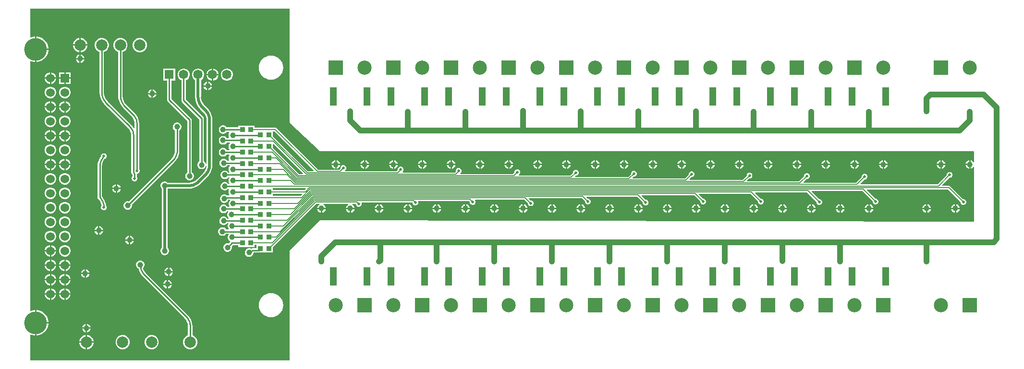
<source format=gbl>
G04*
G04 #@! TF.GenerationSoftware,Altium Limited,Altium Designer,22.5.1 (42)*
G04*
G04 Layer_Physical_Order=2*
G04 Layer_Color=16711680*
%FSLAX25Y25*%
%MOIN*%
G70*
G04*
G04 #@! TF.SameCoordinates,4C861729-87C5-483C-8B33-AEF81C08CF8D*
G04*
G04*
G04 #@! TF.FilePolarity,Positive*
G04*
G01*
G75*
%ADD11C,0.01000*%
%ADD15R,0.03740X0.03543*%
%ADD40C,0.03937*%
%ADD41C,0.01968*%
%ADD42C,0.00500*%
%ADD43C,0.07874*%
%ADD44C,0.15748*%
%ADD45C,0.06000*%
%ADD46R,0.06000X0.06000*%
%ADD47C,0.09843*%
%ADD48R,0.09843X0.09843*%
%ADD49C,0.06496*%
%ADD50R,0.06496X0.06496*%
%ADD51C,0.03937*%
%ADD52C,0.01968*%
%ADD53R,0.04921X0.12795*%
G36*
X188000Y176583D02*
X209000Y157000D01*
X662646D01*
X663000Y156646D01*
X662993Y149529D01*
X662493Y149395D01*
X662375Y149598D01*
X661823Y150151D01*
X661146Y150542D01*
X660500Y150715D01*
Y147776D01*
Y144836D01*
X661146Y145009D01*
X661823Y145400D01*
X662375Y145953D01*
X662490Y146151D01*
X662989Y146016D01*
X662953Y108401D01*
X662599Y108048D01*
X209000Y109000D01*
X188000Y88000D01*
Y11811D01*
X7874D01*
Y29310D01*
X8290Y29588D01*
X9124Y29243D01*
X10839Y28902D01*
X11213D01*
Y37776D01*
Y46650D01*
X10839D01*
X9124Y46309D01*
X8290Y45963D01*
X7874Y46241D01*
Y219310D01*
X8290Y219588D01*
X9124Y219243D01*
X10839Y218902D01*
X11213D01*
Y227776D01*
Y236650D01*
X10839D01*
X9124Y236309D01*
X8290Y235963D01*
X7874Y236241D01*
Y255906D01*
X188000D01*
Y176583D01*
D02*
G37*
%LPC*%
G36*
X43170Y235646D02*
X43020D01*
Y231209D01*
X47457D01*
Y231359D01*
X47120Y232614D01*
X46470Y233740D01*
X45551Y234659D01*
X44425Y235309D01*
X43170Y235646D01*
D02*
G37*
G36*
X42020D02*
X41870D01*
X40614Y235309D01*
X39488Y234659D01*
X38569Y233740D01*
X37919Y232614D01*
X37583Y231359D01*
Y231209D01*
X42020D01*
Y235646D01*
D02*
G37*
G36*
X12587Y236650D02*
X12213D01*
Y228276D01*
X20587D01*
Y228650D01*
X20246Y230364D01*
X19577Y231979D01*
X18606Y233433D01*
X17369Y234668D01*
X15916Y235640D01*
X14301Y236309D01*
X12587Y236650D01*
D02*
G37*
G36*
X47457Y230209D02*
X43020D01*
Y225772D01*
X43170D01*
X44425Y226108D01*
X45551Y226758D01*
X46470Y227677D01*
X47120Y228803D01*
X47457Y230059D01*
Y230209D01*
D02*
G37*
G36*
X42020D02*
X37583D01*
Y230059D01*
X37919Y228803D01*
X38569Y227677D01*
X39488Y226758D01*
X40614Y226108D01*
X41870Y225772D01*
X42020D01*
Y230209D01*
D02*
G37*
G36*
X84508Y235646D02*
X83208D01*
X81953Y235309D01*
X80827Y234659D01*
X79908Y233740D01*
X79258Y232614D01*
X78921Y231359D01*
Y230059D01*
X79258Y228803D01*
X79908Y227677D01*
X80827Y226758D01*
X81953Y226108D01*
X83208Y225772D01*
X84508D01*
X85764Y226108D01*
X86890Y226758D01*
X87809Y227677D01*
X88459Y228803D01*
X88795Y230059D01*
Y231359D01*
X88459Y232614D01*
X87809Y233740D01*
X86890Y234659D01*
X85764Y235309D01*
X84508Y235646D01*
D02*
G37*
G36*
X43020Y224199D02*
Y221760D01*
X45459D01*
X45286Y222406D01*
X44895Y223083D01*
X44342Y223635D01*
X43665Y224026D01*
X43020Y224199D01*
D02*
G37*
G36*
X42020D02*
X41374Y224026D01*
X40697Y223635D01*
X40144Y223083D01*
X39753Y222406D01*
X39580Y221760D01*
X42020D01*
Y224199D01*
D02*
G37*
G36*
X20587Y227276D02*
X12213D01*
Y218902D01*
X12587D01*
X14301Y219243D01*
X15916Y219912D01*
X17369Y220883D01*
X18606Y222119D01*
X19577Y223572D01*
X20246Y225187D01*
X20587Y226902D01*
Y227276D01*
D02*
G37*
G36*
X45459Y220760D02*
X43020D01*
Y218321D01*
X43665Y218494D01*
X44342Y218884D01*
X44895Y219437D01*
X45286Y220114D01*
X45459Y220760D01*
D02*
G37*
G36*
X42020D02*
X39580D01*
X39753Y220114D01*
X40144Y219437D01*
X40697Y218884D01*
X41374Y218494D01*
X42020Y218321D01*
Y220760D01*
D02*
G37*
G36*
X134969Y214484D02*
X134909D01*
Y210736D01*
X138657D01*
Y210795D01*
X138368Y211876D01*
X137809Y212845D01*
X137018Y213635D01*
X136049Y214195D01*
X134969Y214484D01*
D02*
G37*
G36*
X133909D02*
X133850D01*
X132770Y214195D01*
X131801Y213635D01*
X131010Y212845D01*
X130451Y211876D01*
X130161Y210795D01*
Y210736D01*
X133909D01*
Y214484D01*
D02*
G37*
G36*
X35949Y211776D02*
X32449D01*
Y208276D01*
X35949D01*
Y211776D01*
D02*
G37*
G36*
X22475D02*
X22449D01*
Y208276D01*
X25949D01*
Y208302D01*
X25676Y209319D01*
X25150Y210232D01*
X24405Y210976D01*
X23493Y211503D01*
X22475Y211776D01*
D02*
G37*
G36*
X31449D02*
X27949D01*
Y208276D01*
X31449D01*
Y211776D01*
D02*
G37*
G36*
X21449D02*
X21422D01*
X20405Y211503D01*
X19493Y210976D01*
X18748Y210232D01*
X18221Y209319D01*
X17949Y208302D01*
Y208276D01*
X21449D01*
Y211776D01*
D02*
G37*
G36*
X175000Y223430D02*
X173355Y223268D01*
X171774Y222789D01*
X170316Y222010D01*
X169039Y220961D01*
X167990Y219684D01*
X167211Y218226D01*
X166732Y216645D01*
X166570Y215000D01*
X166732Y213355D01*
X167211Y211774D01*
X167990Y210316D01*
X169039Y209039D01*
X170316Y207990D01*
X171774Y207211D01*
X173355Y206732D01*
X175000Y206570D01*
X176645Y206732D01*
X178226Y207211D01*
X179684Y207990D01*
X180961Y209039D01*
X182010Y210316D01*
X182789Y211774D01*
X183268Y213355D01*
X183430Y215000D01*
X183268Y216645D01*
X182789Y218226D01*
X182010Y219684D01*
X180961Y220961D01*
X179684Y222010D01*
X178226Y222789D01*
X176645Y223268D01*
X175000Y223430D01*
D02*
G37*
G36*
X144969Y214484D02*
X143850D01*
X142770Y214195D01*
X141801Y213635D01*
X141010Y212845D01*
X140451Y211876D01*
X140161Y210795D01*
Y209677D01*
X140451Y208596D01*
X141010Y207628D01*
X141801Y206837D01*
X142770Y206278D01*
X143850Y205988D01*
X144969D01*
X146049Y206278D01*
X147018Y206837D01*
X147809Y207628D01*
X148368Y208596D01*
X148658Y209677D01*
Y210795D01*
X148368Y211876D01*
X147809Y212845D01*
X147018Y213635D01*
X146049Y214195D01*
X144969Y214484D01*
D02*
G37*
G36*
X138657Y209736D02*
X134909D01*
Y205988D01*
X134969D01*
X136049Y206278D01*
X137018Y206837D01*
X137809Y207628D01*
X138368Y208596D01*
X138657Y209677D01*
Y209736D01*
D02*
G37*
G36*
X133909D02*
X130161D01*
Y209677D01*
X130451Y208596D01*
X131010Y207628D01*
X131801Y206837D01*
X132770Y206278D01*
X133850Y205988D01*
X133909D01*
Y209736D01*
D02*
G37*
G36*
X35949Y207276D02*
X32449D01*
Y203776D01*
X35949D01*
Y207276D01*
D02*
G37*
G36*
X31449D02*
X27949D01*
Y203776D01*
X31449D01*
Y207276D01*
D02*
G37*
G36*
X25949D02*
X22449D01*
Y203776D01*
X22475D01*
X23493Y204048D01*
X24405Y204575D01*
X25150Y205319D01*
X25676Y206232D01*
X25949Y207249D01*
Y207276D01*
D02*
G37*
G36*
X21449D02*
X17949D01*
Y207249D01*
X18221Y206232D01*
X18748Y205319D01*
X19493Y204575D01*
X20405Y204048D01*
X21422Y203776D01*
X21449D01*
Y207276D01*
D02*
G37*
G36*
X131602Y205301D02*
Y202862D01*
X134042D01*
X133869Y203508D01*
X133478Y204185D01*
X132925Y204738D01*
X132248Y205128D01*
X131602Y205301D01*
D02*
G37*
G36*
X130602D02*
X129957Y205128D01*
X129280Y204738D01*
X128727Y204185D01*
X128336Y203508D01*
X128163Y202862D01*
X130602D01*
Y205301D01*
D02*
G37*
G36*
X134042Y201862D02*
X131602D01*
Y199423D01*
X132248Y199596D01*
X132925Y199987D01*
X133478Y200539D01*
X133869Y201216D01*
X134042Y201862D01*
D02*
G37*
G36*
X130602D02*
X128163D01*
X128336Y201216D01*
X128727Y200539D01*
X129280Y199987D01*
X129957Y199596D01*
X130602Y199423D01*
Y201862D01*
D02*
G37*
G36*
X93020Y199953D02*
Y197513D01*
X95459D01*
X95286Y198159D01*
X94895Y198836D01*
X94342Y199389D01*
X93665Y199780D01*
X93020Y199953D01*
D02*
G37*
G36*
X92020D02*
X91374Y199780D01*
X90697Y199389D01*
X90144Y198836D01*
X89754Y198159D01*
X89581Y197513D01*
X92020D01*
Y199953D01*
D02*
G37*
G36*
X95459Y196513D02*
X93020D01*
Y194074D01*
X93665Y194247D01*
X94342Y194638D01*
X94895Y195191D01*
X95286Y195868D01*
X95459Y196513D01*
D02*
G37*
G36*
X92020D02*
X89581D01*
X89754Y195868D01*
X90144Y195191D01*
X90697Y194638D01*
X91374Y194247D01*
X92020Y194074D01*
Y196513D01*
D02*
G37*
G36*
X32475Y201776D02*
X31422D01*
X30405Y201503D01*
X29493Y200976D01*
X28748Y200232D01*
X28221Y199320D01*
X27949Y198302D01*
Y197249D01*
X28221Y196232D01*
X28748Y195319D01*
X29493Y194575D01*
X30405Y194048D01*
X31422Y193776D01*
X32475D01*
X33493Y194048D01*
X34405Y194575D01*
X35150Y195319D01*
X35676Y196232D01*
X35949Y197249D01*
Y198302D01*
X35676Y199320D01*
X35150Y200232D01*
X34405Y200976D01*
X33493Y201503D01*
X32475Y201776D01*
D02*
G37*
G36*
X22475D02*
X21422D01*
X20405Y201503D01*
X19493Y200976D01*
X18748Y200232D01*
X18221Y199320D01*
X17949Y198302D01*
Y197249D01*
X18221Y196232D01*
X18748Y195319D01*
X19493Y194575D01*
X20405Y194048D01*
X21422Y193776D01*
X22475D01*
X23493Y194048D01*
X24405Y194575D01*
X25150Y195319D01*
X25676Y196232D01*
X25949Y197249D01*
Y198302D01*
X25676Y199320D01*
X25150Y200232D01*
X24405Y200976D01*
X23493Y201503D01*
X22475Y201776D01*
D02*
G37*
G36*
X32475Y191776D02*
X32449D01*
Y188276D01*
X35949D01*
Y188302D01*
X35676Y189320D01*
X35150Y190232D01*
X34405Y190976D01*
X33493Y191503D01*
X32475Y191776D01*
D02*
G37*
G36*
X22475D02*
X22449D01*
Y188276D01*
X25949D01*
Y188302D01*
X25676Y189320D01*
X25150Y190232D01*
X24405Y190976D01*
X23493Y191503D01*
X22475Y191776D01*
D02*
G37*
G36*
X31449D02*
X31422D01*
X30405Y191503D01*
X29493Y190976D01*
X28748Y190232D01*
X28221Y189320D01*
X27949Y188302D01*
Y188276D01*
X31449D01*
Y191776D01*
D02*
G37*
G36*
X21449D02*
X21422D01*
X20405Y191503D01*
X19493Y190976D01*
X18748Y190232D01*
X18221Y189320D01*
X17949Y188302D01*
Y188276D01*
X21449D01*
Y191776D01*
D02*
G37*
G36*
X35949Y187276D02*
X32449D01*
Y183776D01*
X32475D01*
X33493Y184048D01*
X34405Y184575D01*
X35150Y185319D01*
X35676Y186232D01*
X35949Y187249D01*
Y187276D01*
D02*
G37*
G36*
X31449D02*
X27949D01*
Y187249D01*
X28221Y186232D01*
X28748Y185319D01*
X29493Y184575D01*
X30405Y184048D01*
X31422Y183776D01*
X31449D01*
Y187276D01*
D02*
G37*
G36*
X25949D02*
X22449D01*
Y183776D01*
X22475D01*
X23493Y184048D01*
X24405Y184575D01*
X25150Y185319D01*
X25676Y186232D01*
X25949Y187249D01*
Y187276D01*
D02*
G37*
G36*
X21449D02*
X17949D01*
Y187249D01*
X18221Y186232D01*
X18748Y185319D01*
X19493Y184575D01*
X20405Y184048D01*
X21422Y183776D01*
X21449D01*
Y187276D01*
D02*
G37*
G36*
X32475Y181776D02*
X31422D01*
X30405Y181503D01*
X29493Y180976D01*
X28748Y180232D01*
X28221Y179320D01*
X27949Y178302D01*
Y177249D01*
X28221Y176232D01*
X28748Y175320D01*
X29493Y174575D01*
X30405Y174048D01*
X31422Y173776D01*
X32475D01*
X33493Y174048D01*
X34405Y174575D01*
X35150Y175320D01*
X35676Y176232D01*
X35949Y177249D01*
Y178302D01*
X35676Y179320D01*
X35150Y180232D01*
X34405Y180976D01*
X33493Y181503D01*
X32475Y181776D01*
D02*
G37*
G36*
X22475D02*
X21422D01*
X20405Y181503D01*
X19493Y180976D01*
X18748Y180232D01*
X18221Y179320D01*
X17949Y178302D01*
Y177249D01*
X18221Y176232D01*
X18748Y175320D01*
X19493Y174575D01*
X20405Y174048D01*
X21422Y173776D01*
X22475D01*
X23493Y174048D01*
X24405Y174575D01*
X25150Y175320D01*
X25676Y176232D01*
X25949Y177249D01*
Y178302D01*
X25676Y179320D01*
X25150Y180232D01*
X24405Y180976D01*
X23493Y181503D01*
X22475Y181776D01*
D02*
G37*
G36*
X71122Y235646D02*
X69823D01*
X68567Y235309D01*
X67441Y234659D01*
X66522Y233740D01*
X65872Y232614D01*
X65535Y231359D01*
Y230059D01*
X65872Y228803D01*
X66522Y227677D01*
X67441Y226758D01*
X68567Y226108D01*
X68943Y226007D01*
Y195481D01*
X68937D01*
X69079Y193676D01*
X69502Y191916D01*
X70194Y190244D01*
X71140Y188700D01*
X72316Y187324D01*
X72320Y187328D01*
X77879Y181769D01*
X77937Y181730D01*
X78950Y180496D01*
X79734Y179028D01*
X80217Y177436D01*
X80374Y175847D01*
X80360Y175779D01*
Y172690D01*
X79870Y172593D01*
X79805Y172749D01*
X78860Y174292D01*
X77684Y175669D01*
X77680Y175664D01*
X61491Y191853D01*
X61433Y191892D01*
X60420Y193126D01*
X59636Y194594D01*
X59153Y196186D01*
X58996Y197775D01*
X59010Y197843D01*
Y226007D01*
X59386Y226108D01*
X60512Y226758D01*
X61431Y227677D01*
X62081Y228803D01*
X62417Y230059D01*
Y231359D01*
X62081Y232614D01*
X61431Y233740D01*
X60512Y234659D01*
X59386Y235309D01*
X58130Y235646D01*
X56830D01*
X55575Y235309D01*
X54449Y234659D01*
X53530Y233740D01*
X52880Y232614D01*
X52543Y231359D01*
Y230059D01*
X52880Y228803D01*
X53530Y227677D01*
X54449Y226758D01*
X55575Y226108D01*
X55951Y226007D01*
Y197843D01*
X55945D01*
X56087Y196038D01*
X56509Y194278D01*
X57202Y192606D01*
X58148Y191063D01*
X59323Y189686D01*
X59328Y189690D01*
X75517Y173502D01*
X75574Y173463D01*
X76587Y172229D01*
X77372Y170761D01*
X77855Y169168D01*
X78011Y167580D01*
X77998Y167512D01*
Y144714D01*
X77997Y144697D01*
X77952Y144365D01*
X77932Y144219D01*
X77933Y144217D01*
X77926Y143721D01*
X77871Y143307D01*
X78008Y142267D01*
X78409Y141298D01*
X78779Y140816D01*
X78786Y140800D01*
Y139375D01*
X78633Y139222D01*
X78331Y138493D01*
Y137704D01*
X78633Y136974D01*
X79191Y136416D01*
X79920Y136114D01*
X80710D01*
X81439Y136416D01*
X81997Y136974D01*
X82299Y137704D01*
Y138493D01*
X81997Y139222D01*
X81844Y139375D01*
Y140481D01*
X81844Y140917D01*
X81855D01*
X82129Y141250D01*
X82205Y141323D01*
X82284D01*
X83014Y141625D01*
X83572Y142183D01*
X83874Y142912D01*
Y143702D01*
X83572Y144431D01*
X83419Y144584D01*
Y175779D01*
X83425D01*
X83283Y177584D01*
X82861Y179344D01*
X82168Y181016D01*
X81222Y182560D01*
X80047Y183936D01*
X80042Y183932D01*
X74483Y189491D01*
X74425Y189530D01*
X73413Y190763D01*
X72628Y192231D01*
X72145Y193824D01*
X71988Y195413D01*
X72002Y195481D01*
Y226007D01*
X72378Y226108D01*
X73504Y226758D01*
X74423Y227677D01*
X75073Y228803D01*
X75410Y230059D01*
Y231359D01*
X75073Y232614D01*
X74423Y233740D01*
X73504Y234659D01*
X72378Y235309D01*
X71122Y235646D01*
D02*
G37*
G36*
X32475Y171776D02*
X32449D01*
Y168276D01*
X35949D01*
Y168302D01*
X35676Y169319D01*
X35150Y170232D01*
X34405Y170976D01*
X33493Y171503D01*
X32475Y171776D01*
D02*
G37*
G36*
X22475D02*
X22449D01*
Y168276D01*
X25949D01*
Y168302D01*
X25676Y169319D01*
X25150Y170232D01*
X24405Y170976D01*
X23493Y171503D01*
X22475Y171776D01*
D02*
G37*
G36*
X31449D02*
X31422D01*
X30405Y171503D01*
X29493Y170976D01*
X28748Y170232D01*
X28221Y169319D01*
X27949Y168302D01*
Y168276D01*
X31449D01*
Y171776D01*
D02*
G37*
G36*
X21449D02*
X21422D01*
X20405Y171503D01*
X19493Y170976D01*
X18748Y170232D01*
X18221Y169319D01*
X17949Y168302D01*
Y168276D01*
X21449D01*
Y171776D01*
D02*
G37*
G36*
X142123Y175016D02*
X141341D01*
X140586Y174813D01*
X139910Y174423D01*
X139357Y173870D01*
X138966Y173193D01*
X138764Y172438D01*
Y171656D01*
X138966Y170901D01*
X139357Y170224D01*
X139910Y169672D01*
X140586Y169281D01*
X141341Y169079D01*
X142123D01*
X142878Y169281D01*
X143555Y169672D01*
X144108Y170224D01*
X144277Y170518D01*
X145928D01*
X146135Y170018D01*
X146050Y169933D01*
X145659Y169256D01*
X145457Y168501D01*
Y167719D01*
X145659Y166964D01*
X145871Y166596D01*
X145583Y166096D01*
X144277D01*
X144108Y166390D01*
X143555Y166942D01*
X142878Y167333D01*
X142123Y167535D01*
X141341D01*
X140586Y167333D01*
X139910Y166942D01*
X139357Y166390D01*
X138966Y165713D01*
X138764Y164958D01*
Y164176D01*
X138966Y163421D01*
X139357Y162744D01*
X139910Y162191D01*
X140586Y161801D01*
X141341Y161598D01*
X142123D01*
X142878Y161801D01*
X143555Y162191D01*
X144108Y162744D01*
X144277Y163038D01*
X146347D01*
X146465Y162841D01*
X146528Y162538D01*
X146050Y162059D01*
X145659Y161382D01*
X145457Y160627D01*
Y159845D01*
X145659Y159090D01*
X146050Y158414D01*
X146135Y158329D01*
X145928Y157829D01*
X144277D01*
X144108Y158122D01*
X143555Y158675D01*
X142878Y159065D01*
X142123Y159268D01*
X141341D01*
X140586Y159065D01*
X139910Y158675D01*
X139357Y158122D01*
X138966Y157445D01*
X138764Y156690D01*
Y155908D01*
X138966Y155153D01*
X139357Y154476D01*
X139910Y153924D01*
X140586Y153533D01*
X141341Y153331D01*
X142123D01*
X142878Y153533D01*
X143555Y153924D01*
X144108Y154476D01*
X144277Y154770D01*
X145928D01*
X146135Y154270D01*
X146050Y154185D01*
X145659Y153508D01*
X145457Y152753D01*
Y151971D01*
X145659Y151216D01*
X145871Y150848D01*
X145583Y150348D01*
X144671D01*
X144501Y150642D01*
X143949Y151194D01*
X143272Y151585D01*
X142517Y151787D01*
X141735D01*
X140980Y151585D01*
X140303Y151194D01*
X139751Y150642D01*
X139360Y149965D01*
X139157Y149210D01*
Y148428D01*
X139360Y147673D01*
X139751Y146996D01*
X140303Y146443D01*
X140980Y146053D01*
X141735Y145850D01*
X142517D01*
X143272Y146053D01*
X143949Y146443D01*
X144501Y146996D01*
X144671Y147290D01*
X146347D01*
X146465Y147093D01*
X146528Y146790D01*
X146050Y146311D01*
X145659Y145634D01*
X145457Y144879D01*
Y144097D01*
X145659Y143342D01*
X146050Y142666D01*
X146135Y142581D01*
X145928Y142081D01*
X145458D01*
X145289Y142374D01*
X144736Y142927D01*
X144059Y143317D01*
X143304Y143520D01*
X142523D01*
X141768Y143317D01*
X141091Y142927D01*
X140538Y142374D01*
X140147Y141697D01*
X139945Y140942D01*
Y140160D01*
X140147Y139405D01*
X140538Y138728D01*
X141091Y138176D01*
X141768Y137785D01*
X142523Y137583D01*
X143304D01*
X144059Y137785D01*
X144736Y138176D01*
X145289Y138728D01*
X145458Y139022D01*
X145928D01*
X146135Y138522D01*
X146050Y138437D01*
X145659Y137760D01*
X145457Y137005D01*
Y136223D01*
X145659Y135468D01*
X146050Y134792D01*
X146135Y134707D01*
X145928Y134207D01*
X145458D01*
X145289Y134500D01*
X144736Y135053D01*
X144059Y135443D01*
X143304Y135646D01*
X142523D01*
X141768Y135443D01*
X141091Y135053D01*
X140538Y134500D01*
X140147Y133823D01*
X139945Y133068D01*
Y132286D01*
X140147Y131531D01*
X140538Y130854D01*
X141091Y130302D01*
X141768Y129911D01*
X142523Y129709D01*
X143304D01*
X144059Y129911D01*
X144736Y130302D01*
X145289Y130854D01*
X145458Y131148D01*
X145928D01*
X146135Y130648D01*
X146050Y130563D01*
X145659Y129886D01*
X145457Y129131D01*
Y128349D01*
X145659Y127594D01*
X146050Y126918D01*
X146135Y126832D01*
X145928Y126332D01*
X144495D01*
X144430Y126319D01*
X144342Y126407D01*
X143666Y126798D01*
X142911Y127000D01*
X142129D01*
X141374Y126798D01*
X140697Y126407D01*
X140144Y125854D01*
X139753Y125177D01*
X139551Y124422D01*
Y123641D01*
X139753Y122886D01*
X140144Y122209D01*
X140697Y121656D01*
X141374Y121265D01*
X142129Y121063D01*
X142911D01*
X143666Y121265D01*
X144342Y121656D01*
X144895Y122209D01*
X145286Y122886D01*
X145390Y123274D01*
X146321D01*
X146528Y122774D01*
X146247Y122492D01*
X145856Y121815D01*
X145653Y121060D01*
Y120279D01*
X145856Y119524D01*
X146182Y118958D01*
X145994Y118458D01*
X144671D01*
X144501Y118752D01*
X143949Y119305D01*
X143272Y119695D01*
X142517Y119898D01*
X141735D01*
X140980Y119695D01*
X140303Y119305D01*
X139751Y118752D01*
X139360Y118075D01*
X139157Y117320D01*
Y116538D01*
X139360Y115783D01*
X139751Y115106D01*
X140303Y114554D01*
X140980Y114163D01*
X141735Y113961D01*
X142517D01*
X143272Y114163D01*
X143949Y114554D01*
X144501Y115106D01*
X144671Y115400D01*
X145140D01*
X145347Y114900D01*
X145262Y114815D01*
X144872Y114138D01*
X144669Y113383D01*
Y112601D01*
X144872Y111846D01*
X145262Y111169D01*
X145741Y110691D01*
X145677Y110387D01*
X145560Y110191D01*
X144671D01*
X144501Y110484D01*
X143949Y111037D01*
X143272Y111428D01*
X142517Y111630D01*
X141735D01*
X140980Y111428D01*
X140303Y111037D01*
X139751Y110484D01*
X139360Y109807D01*
X139157Y109052D01*
Y108271D01*
X139360Y107516D01*
X139751Y106839D01*
X140303Y106286D01*
X140980Y105895D01*
X141735Y105693D01*
X142517D01*
X143272Y105895D01*
X143949Y106286D01*
X144501Y106839D01*
X144671Y107132D01*
X145189D01*
X145478Y106632D01*
X145265Y106264D01*
X145063Y105509D01*
Y104727D01*
X145265Y103972D01*
X145656Y103295D01*
X145741Y103210D01*
X145534Y102710D01*
X143883D01*
X143714Y103004D01*
X143161Y103557D01*
X142484Y103947D01*
X141729Y104150D01*
X140948D01*
X140193Y103947D01*
X139516Y103557D01*
X138963Y103004D01*
X138572Y102327D01*
X138370Y101572D01*
Y100790D01*
X138572Y100035D01*
X138963Y99358D01*
X139516Y98806D01*
X140193Y98415D01*
X140948Y98213D01*
X141729D01*
X142484Y98415D01*
X143161Y98806D01*
X143714Y99358D01*
X143883Y99652D01*
X145534D01*
X145741Y99152D01*
X145656Y99067D01*
X145265Y98390D01*
X145063Y97635D01*
Y96853D01*
X145265Y96098D01*
X145656Y95421D01*
X146209Y94869D01*
X146535Y94680D01*
X146617Y94056D01*
X145600Y93038D01*
X145273Y93126D01*
X144491D01*
X143736Y92924D01*
X143059Y92533D01*
X142507Y91980D01*
X142116Y91303D01*
X141913Y90548D01*
Y89767D01*
X142116Y89012D01*
X142507Y88335D01*
X143059Y87782D01*
X143736Y87391D01*
X144491Y87189D01*
X145273D01*
X146028Y87391D01*
X146705Y87782D01*
X147257Y88335D01*
X147648Y89012D01*
X147850Y89767D01*
Y90548D01*
X147763Y90875D01*
X148665Y91778D01*
X152248D01*
Y90535D01*
X163697D01*
Y92033D01*
X164847D01*
Y89628D01*
X162121D01*
X161536Y89511D01*
X161177Y89271D01*
X160988Y89380D01*
X160233Y89583D01*
X159452D01*
X158697Y89380D01*
X158020Y88990D01*
X157467Y88437D01*
X157076Y87760D01*
X156874Y87005D01*
Y86223D01*
X157076Y85468D01*
X157467Y84791D01*
X158020Y84239D01*
X158697Y83848D01*
X159452Y83646D01*
X160233D01*
X160988Y83848D01*
X161665Y84239D01*
X162218Y84791D01*
X162609Y85468D01*
X162811Y86223D01*
Y86569D01*
X166445D01*
X166593Y86598D01*
X176295D01*
Y90339D01*
X206304Y120348D01*
X208472D01*
X208607Y119848D01*
X208177Y119600D01*
X207625Y119047D01*
X207234Y118370D01*
X207061Y117724D01*
X212939D01*
X212766Y118370D01*
X212375Y119047D01*
X211823Y119600D01*
X211394Y119848D01*
X211528Y120348D01*
X228472D01*
X228606Y119848D01*
X228177Y119600D01*
X227625Y119047D01*
X227234Y118370D01*
X227061Y117724D01*
X232939D01*
X232766Y118370D01*
X232375Y119047D01*
X231823Y119600D01*
X231394Y119848D01*
X231528Y120348D01*
X233842D01*
Y119993D01*
X234145Y119264D01*
X234703Y118706D01*
X235432Y118403D01*
X236222D01*
X236951Y118706D01*
X237509Y119264D01*
X237811Y119993D01*
Y120782D01*
X237749Y120932D01*
X238027Y121348D01*
X273213D01*
Y120865D01*
X273515Y120136D01*
X274073Y119578D01*
X274802Y119276D01*
X275591D01*
X276321Y119578D01*
X276879Y120136D01*
X277181Y120865D01*
Y121654D01*
X277066Y121932D01*
X277344Y122348D01*
X312464D01*
X312976Y121835D01*
Y121259D01*
X313279Y120529D01*
X313837Y119971D01*
X314566Y119669D01*
X315355D01*
X316085Y119971D01*
X316643Y120529D01*
X316945Y121259D01*
Y122048D01*
X316643Y122777D01*
X316573Y122848D01*
X316780Y123348D01*
X350834D01*
X353134Y121048D01*
Y120472D01*
X353436Y119742D01*
X353994Y119184D01*
X354723Y118882D01*
X355513D01*
X356242Y119184D01*
X356800Y119742D01*
X357102Y120472D01*
Y121261D01*
X356800Y121990D01*
X356242Y122548D01*
X355513Y122850D01*
X354936D01*
X353901Y123886D01*
X354092Y124348D01*
X390779D01*
X392898Y122229D01*
Y121652D01*
X393200Y120923D01*
X393758Y120365D01*
X394487Y120063D01*
X395277D01*
X396006Y120365D01*
X396564Y120923D01*
X396866Y121652D01*
Y122442D01*
X396564Y123171D01*
X396006Y123729D01*
X395277Y124031D01*
X394700D01*
X393846Y124886D01*
X394037Y125348D01*
X429149D01*
X433055Y121442D01*
Y120865D01*
X433357Y120136D01*
X433915Y119578D01*
X434645Y119276D01*
X435434D01*
X436163Y119578D01*
X436722Y120136D01*
X437024Y120865D01*
Y121654D01*
X436722Y122384D01*
X436163Y122942D01*
X435434Y123244D01*
X434858D01*
X432216Y125886D01*
X432407Y126348D01*
X468700D01*
X472819Y122229D01*
Y121652D01*
X473121Y120923D01*
X473679Y120365D01*
X474408Y120063D01*
X475198D01*
X475927Y120365D01*
X476485Y120923D01*
X476787Y121652D01*
Y122442D01*
X476485Y123171D01*
X475927Y123729D01*
X475198Y124031D01*
X474621D01*
X471767Y126886D01*
X471958Y127348D01*
X507858D01*
X512976Y122229D01*
Y121652D01*
X513278Y120923D01*
X513837Y120365D01*
X514566Y120063D01*
X515355D01*
X516085Y120365D01*
X516643Y120923D01*
X516945Y121652D01*
Y122442D01*
X516643Y123171D01*
X516085Y123729D01*
X515355Y124031D01*
X514779D01*
X510925Y127886D01*
X511116Y128348D01*
X547015D01*
X553528Y121835D01*
Y121259D01*
X553830Y120529D01*
X554388Y119971D01*
X555117Y119669D01*
X555906D01*
X556636Y119971D01*
X557194Y120529D01*
X557496Y121259D01*
Y122048D01*
X557194Y122777D01*
X556636Y123336D01*
X555906Y123638D01*
X555330D01*
X550082Y128886D01*
X550274Y129348D01*
X585386D01*
X592504Y122229D01*
Y121652D01*
X592806Y120923D01*
X593364Y120365D01*
X594094Y120063D01*
X594883D01*
X595612Y120365D01*
X596170Y120923D01*
X596472Y121652D01*
Y122442D01*
X596170Y123171D01*
X595612Y123729D01*
X594883Y124031D01*
X594306D01*
X588452Y129886D01*
X588644Y130348D01*
X645015D01*
X653528Y121835D01*
Y121259D01*
X653830Y120529D01*
X654388Y119971D01*
X655117Y119669D01*
X655906D01*
X656636Y119971D01*
X657194Y120529D01*
X657496Y121259D01*
Y122048D01*
X657194Y122777D01*
X656636Y123336D01*
X655906Y123638D01*
X655330D01*
X646445Y132523D01*
X646031Y132799D01*
X645543Y132896D01*
X640864D01*
X640673Y133359D01*
X645881Y138567D01*
X646458D01*
X647187Y138869D01*
X647745Y139427D01*
X648047Y140156D01*
Y140946D01*
X647745Y141675D01*
X647187Y142233D01*
X646458Y142535D01*
X645668D01*
X644939Y142233D01*
X644381Y141675D01*
X644079Y140946D01*
Y140369D01*
X637661Y133952D01*
X584045D01*
X583854Y134414D01*
X586826Y137386D01*
X587403D01*
X588132Y137688D01*
X588690Y138246D01*
X588992Y138975D01*
Y139765D01*
X588690Y140494D01*
X588132Y141052D01*
X587403Y141354D01*
X586613D01*
X585884Y141052D01*
X585326Y140494D01*
X585024Y139765D01*
Y139188D01*
X581023Y135188D01*
X544730D01*
X544539Y135650D01*
X546668Y137779D01*
X547245D01*
X547974Y138082D01*
X548532Y138640D01*
X548835Y139369D01*
Y140158D01*
X548532Y140888D01*
X547974Y141446D01*
X547245Y141748D01*
X546456D01*
X545726Y141446D01*
X545168Y140888D01*
X544866Y140158D01*
Y139582D01*
X541472Y136188D01*
X505573D01*
X505381Y136650D01*
X506905Y138173D01*
X507481D01*
X508211Y138475D01*
X508769Y139033D01*
X509071Y139763D01*
Y140552D01*
X508769Y141281D01*
X508211Y141840D01*
X507481Y142142D01*
X506692D01*
X505963Y141840D01*
X505404Y141281D01*
X505102Y140552D01*
Y139976D01*
X502315Y137188D01*
X465628D01*
X465437Y137650D01*
X466747Y138961D01*
X467324D01*
X468053Y139263D01*
X468611Y139821D01*
X468913Y140550D01*
Y141340D01*
X468611Y142069D01*
X468053Y142627D01*
X467324Y142929D01*
X466534D01*
X465805Y142627D01*
X465247Y142069D01*
X464945Y141340D01*
Y140763D01*
X462370Y138188D01*
X426077D01*
X425885Y138650D01*
X426590Y139354D01*
X427166D01*
X427896Y139656D01*
X428454Y140215D01*
X428756Y140944D01*
Y141733D01*
X428454Y142463D01*
X427896Y143021D01*
X427166Y143323D01*
X426377D01*
X425648Y143021D01*
X425090Y142463D01*
X424787Y141733D01*
Y141157D01*
X422819Y139188D01*
X386132D01*
X385940Y139650D01*
X386432Y140142D01*
X387009D01*
X387738Y140444D01*
X388296Y141002D01*
X388598Y141731D01*
Y142521D01*
X388296Y143250D01*
X387738Y143808D01*
X387009Y144110D01*
X386220D01*
X385490Y143808D01*
X384932Y143250D01*
X384630Y142521D01*
Y141944D01*
X382874Y140188D01*
X346925D01*
X346826Y140688D01*
X347187Y140838D01*
X347745Y141396D01*
X348047Y142125D01*
Y142914D01*
X347745Y143644D01*
X347187Y144202D01*
X346458Y144504D01*
X345668D01*
X344939Y144202D01*
X344381Y143644D01*
X344079Y142914D01*
Y142338D01*
X342929Y141188D01*
X306575D01*
X306380Y141688D01*
X306800Y142108D01*
X307102Y142838D01*
Y143627D01*
X306800Y144356D01*
X306242Y144914D01*
X305513Y145217D01*
X304723D01*
X303994Y144914D01*
X303436Y144356D01*
X303134Y143627D01*
Y142838D01*
X303165Y142763D01*
X302590Y142188D01*
X266417D01*
X266222Y142688D01*
X266643Y143108D01*
X266945Y143838D01*
Y144627D01*
X266643Y145356D01*
X266085Y145914D01*
X265355Y146216D01*
X264566D01*
X263837Y145914D01*
X263279Y145356D01*
X262976Y144627D01*
Y143913D01*
X262252Y143188D01*
X226594D01*
X226400Y143688D01*
X226820Y144108D01*
X227122Y144838D01*
Y145627D01*
X226820Y146356D01*
X226262Y146915D01*
X225533Y147216D01*
X224743D01*
X224014Y146915D01*
X223456Y146356D01*
X223154Y145627D01*
Y145050D01*
X222291Y144188D01*
X207614D01*
X178854Y172949D01*
X178440Y173225D01*
X177953Y173322D01*
X163697D01*
Y174819D01*
X152248D01*
Y173577D01*
X144277D01*
X144108Y173870D01*
X143555Y174423D01*
X142878Y174813D01*
X142123Y175016D01*
D02*
G37*
G36*
X35949Y167276D02*
X32449D01*
Y163776D01*
X32475D01*
X33493Y164048D01*
X34405Y164575D01*
X35150Y165320D01*
X35676Y166232D01*
X35949Y167249D01*
Y167276D01*
D02*
G37*
G36*
X31449D02*
X27949D01*
Y167249D01*
X28221Y166232D01*
X28748Y165320D01*
X29493Y164575D01*
X30405Y164048D01*
X31422Y163776D01*
X31449D01*
Y167276D01*
D02*
G37*
G36*
X25949D02*
X22449D01*
Y163776D01*
X22475D01*
X23493Y164048D01*
X24405Y164575D01*
X25150Y165320D01*
X25676Y166232D01*
X25949Y167249D01*
Y167276D01*
D02*
G37*
G36*
X21449D02*
X17949D01*
Y167249D01*
X18221Y166232D01*
X18748Y165320D01*
X19493Y164575D01*
X20405Y164048D01*
X21422Y163776D01*
X21449D01*
Y167276D01*
D02*
G37*
G36*
X32475Y161776D02*
X31422D01*
X30405Y161503D01*
X29493Y160976D01*
X28748Y160232D01*
X28221Y159319D01*
X27949Y158302D01*
Y157249D01*
X28221Y156232D01*
X28748Y155319D01*
X29493Y154575D01*
X30405Y154048D01*
X31422Y153776D01*
X32475D01*
X33493Y154048D01*
X34405Y154575D01*
X35150Y155319D01*
X35676Y156232D01*
X35949Y157249D01*
Y158302D01*
X35676Y159319D01*
X35150Y160232D01*
X34405Y160976D01*
X33493Y161503D01*
X32475Y161776D01*
D02*
G37*
G36*
X22475D02*
X21422D01*
X20405Y161503D01*
X19493Y160976D01*
X18748Y160232D01*
X18221Y159319D01*
X17949Y158302D01*
Y157249D01*
X18221Y156232D01*
X18748Y155319D01*
X19493Y154575D01*
X20405Y154048D01*
X21422Y153776D01*
X22475D01*
X23493Y154048D01*
X24405Y154575D01*
X25150Y155319D01*
X25676Y156232D01*
X25949Y157249D01*
Y158302D01*
X25676Y159319D01*
X25150Y160232D01*
X24405Y160976D01*
X23493Y161503D01*
X22475Y161776D01*
D02*
G37*
G36*
X110233Y176984D02*
X109452D01*
X108697Y176782D01*
X108020Y176391D01*
X107467Y175838D01*
X107076Y175162D01*
X106874Y174407D01*
Y173625D01*
X107076Y172870D01*
X107467Y172193D01*
X108020Y171640D01*
X108313Y171471D01*
Y157685D01*
X108327Y157617D01*
X108170Y156029D01*
X107687Y154436D01*
X106902Y152968D01*
X105890Y151734D01*
X105832Y151696D01*
X76309Y122172D01*
X75981Y122260D01*
X75200D01*
X74445Y122058D01*
X73768Y121667D01*
X73215Y121114D01*
X72824Y120437D01*
X72622Y119682D01*
Y118901D01*
X72824Y118146D01*
X73215Y117469D01*
X73768Y116916D01*
X74445Y116525D01*
X75200Y116323D01*
X75981D01*
X76736Y116525D01*
X77413Y116916D01*
X77966Y117469D01*
X78357Y118146D01*
X78559Y118901D01*
Y119682D01*
X78471Y120009D01*
X107995Y149533D01*
X107999Y149529D01*
X109175Y150905D01*
X110121Y152448D01*
X110813Y154121D01*
X111236Y155881D01*
X111378Y157685D01*
X111372D01*
Y171471D01*
X111665Y171640D01*
X112218Y172193D01*
X112609Y172870D01*
X112811Y173625D01*
Y174407D01*
X112609Y175162D01*
X112218Y175838D01*
X111665Y176391D01*
X110988Y176782D01*
X110233Y176984D01*
D02*
G37*
G36*
X32475Y151776D02*
X32449D01*
Y148276D01*
X35949D01*
Y148302D01*
X35676Y149320D01*
X35150Y150232D01*
X34405Y150976D01*
X33493Y151503D01*
X32475Y151776D01*
D02*
G37*
G36*
X22475D02*
X22449D01*
Y148276D01*
X25949D01*
Y148302D01*
X25676Y149320D01*
X25150Y150232D01*
X24405Y150976D01*
X23493Y151503D01*
X22475Y151776D01*
D02*
G37*
G36*
X31449D02*
X31422D01*
X30405Y151503D01*
X29493Y150976D01*
X28748Y150232D01*
X28221Y149320D01*
X27949Y148302D01*
Y148276D01*
X31449D01*
Y151776D01*
D02*
G37*
G36*
X21449D02*
X21422D01*
X20405Y151503D01*
X19493Y150976D01*
X18748Y150232D01*
X18221Y149320D01*
X17949Y148302D01*
Y148276D01*
X21449D01*
Y151776D01*
D02*
G37*
G36*
X659500Y150715D02*
X658854Y150542D01*
X658177Y150151D01*
X657625Y149598D01*
X657234Y148921D01*
X657061Y148276D01*
X659500D01*
Y150715D01*
D02*
G37*
G36*
X640500D02*
Y148276D01*
X642939D01*
X642766Y148921D01*
X642375Y149598D01*
X641823Y150151D01*
X641146Y150542D01*
X640500Y150715D01*
D02*
G37*
G36*
X639500D02*
X638854Y150542D01*
X638177Y150151D01*
X637625Y149598D01*
X637234Y148921D01*
X637061Y148276D01*
X639500D01*
Y150715D01*
D02*
G37*
G36*
X600500D02*
Y148276D01*
X602939D01*
X602766Y148921D01*
X602375Y149598D01*
X601823Y150151D01*
X601146Y150542D01*
X600500Y150715D01*
D02*
G37*
G36*
X599500D02*
X598854Y150542D01*
X598177Y150151D01*
X597625Y149598D01*
X597234Y148921D01*
X597061Y148276D01*
X599500D01*
Y150715D01*
D02*
G37*
G36*
X580500D02*
Y148276D01*
X582939D01*
X582766Y148921D01*
X582375Y149598D01*
X581823Y150151D01*
X581146Y150542D01*
X580500Y150715D01*
D02*
G37*
G36*
X579500D02*
X578854Y150542D01*
X578177Y150151D01*
X577625Y149598D01*
X577234Y148921D01*
X577061Y148276D01*
X579500D01*
Y150715D01*
D02*
G37*
G36*
X560500D02*
Y148276D01*
X562939D01*
X562766Y148921D01*
X562375Y149598D01*
X561823Y150151D01*
X561146Y150542D01*
X560500Y150715D01*
D02*
G37*
G36*
X559500D02*
X558854Y150542D01*
X558177Y150151D01*
X557625Y149598D01*
X557234Y148921D01*
X557061Y148276D01*
X559500D01*
Y150715D01*
D02*
G37*
G36*
X540500D02*
Y148276D01*
X542939D01*
X542766Y148921D01*
X542375Y149598D01*
X541823Y150151D01*
X541146Y150542D01*
X540500Y150715D01*
D02*
G37*
G36*
X539500D02*
X538854Y150542D01*
X538177Y150151D01*
X537625Y149598D01*
X537234Y148921D01*
X537061Y148276D01*
X539500D01*
Y150715D01*
D02*
G37*
G36*
X520500D02*
Y148276D01*
X522939D01*
X522766Y148921D01*
X522375Y149598D01*
X521823Y150151D01*
X521146Y150542D01*
X520500Y150715D01*
D02*
G37*
G36*
X519500D02*
X518854Y150542D01*
X518177Y150151D01*
X517625Y149598D01*
X517234Y148921D01*
X517061Y148276D01*
X519500D01*
Y150715D01*
D02*
G37*
G36*
X500500D02*
Y148276D01*
X502939D01*
X502766Y148921D01*
X502375Y149598D01*
X501823Y150151D01*
X501146Y150542D01*
X500500Y150715D01*
D02*
G37*
G36*
X499500D02*
X498854Y150542D01*
X498177Y150151D01*
X497625Y149598D01*
X497234Y148921D01*
X497061Y148276D01*
X499500D01*
Y150715D01*
D02*
G37*
G36*
X480500D02*
Y148276D01*
X482939D01*
X482766Y148921D01*
X482375Y149598D01*
X481823Y150151D01*
X481146Y150542D01*
X480500Y150715D01*
D02*
G37*
G36*
X479500D02*
X478854Y150542D01*
X478177Y150151D01*
X477625Y149598D01*
X477234Y148921D01*
X477061Y148276D01*
X479500D01*
Y150715D01*
D02*
G37*
G36*
X460500D02*
Y148276D01*
X462939D01*
X462766Y148921D01*
X462375Y149598D01*
X461823Y150151D01*
X461146Y150542D01*
X460500Y150715D01*
D02*
G37*
G36*
X459500D02*
X458854Y150542D01*
X458177Y150151D01*
X457625Y149598D01*
X457234Y148921D01*
X457061Y148276D01*
X459500D01*
Y150715D01*
D02*
G37*
G36*
X440500D02*
Y148276D01*
X442939D01*
X442766Y148921D01*
X442375Y149598D01*
X441823Y150151D01*
X441146Y150542D01*
X440500Y150715D01*
D02*
G37*
G36*
X439500D02*
X438854Y150542D01*
X438177Y150151D01*
X437625Y149598D01*
X437234Y148921D01*
X437061Y148276D01*
X439500D01*
Y150715D01*
D02*
G37*
G36*
X420500D02*
Y148276D01*
X422939D01*
X422766Y148921D01*
X422375Y149598D01*
X421823Y150151D01*
X421146Y150542D01*
X420500Y150715D01*
D02*
G37*
G36*
X419500D02*
X418854Y150542D01*
X418177Y150151D01*
X417625Y149598D01*
X417234Y148921D01*
X417061Y148276D01*
X419500D01*
Y150715D01*
D02*
G37*
G36*
X400500D02*
Y148276D01*
X402939D01*
X402766Y148921D01*
X402375Y149598D01*
X401823Y150151D01*
X401146Y150542D01*
X400500Y150715D01*
D02*
G37*
G36*
X399500D02*
X398854Y150542D01*
X398177Y150151D01*
X397625Y149598D01*
X397234Y148921D01*
X397061Y148276D01*
X399500D01*
Y150715D01*
D02*
G37*
G36*
X380500D02*
Y148276D01*
X382939D01*
X382766Y148921D01*
X382375Y149598D01*
X381823Y150151D01*
X381146Y150542D01*
X380500Y150715D01*
D02*
G37*
G36*
X379500D02*
X378854Y150542D01*
X378177Y150151D01*
X377625Y149598D01*
X377234Y148921D01*
X377061Y148276D01*
X379500D01*
Y150715D01*
D02*
G37*
G36*
X360500D02*
Y148276D01*
X362939D01*
X362766Y148921D01*
X362375Y149598D01*
X361823Y150151D01*
X361146Y150542D01*
X360500Y150715D01*
D02*
G37*
G36*
X359500D02*
X358854Y150542D01*
X358177Y150151D01*
X357625Y149598D01*
X357234Y148921D01*
X357061Y148276D01*
X359500D01*
Y150715D01*
D02*
G37*
G36*
X340500D02*
Y148276D01*
X342939D01*
X342766Y148921D01*
X342375Y149598D01*
X341823Y150151D01*
X341146Y150542D01*
X340500Y150715D01*
D02*
G37*
G36*
X339500D02*
X338854Y150542D01*
X338177Y150151D01*
X337625Y149598D01*
X337234Y148921D01*
X337061Y148276D01*
X339500D01*
Y150715D01*
D02*
G37*
G36*
X320500D02*
Y148276D01*
X322939D01*
X322766Y148921D01*
X322375Y149598D01*
X321823Y150151D01*
X321146Y150542D01*
X320500Y150715D01*
D02*
G37*
G36*
X319500D02*
X318854Y150542D01*
X318177Y150151D01*
X317625Y149598D01*
X317234Y148921D01*
X317061Y148276D01*
X319500D01*
Y150715D01*
D02*
G37*
G36*
X300500D02*
Y148276D01*
X302939D01*
X302766Y148921D01*
X302375Y149598D01*
X301823Y150151D01*
X301146Y150542D01*
X300500Y150715D01*
D02*
G37*
G36*
X299500D02*
X298854Y150542D01*
X298177Y150151D01*
X297625Y149598D01*
X297234Y148921D01*
X297061Y148276D01*
X299500D01*
Y150715D01*
D02*
G37*
G36*
X280500D02*
Y148276D01*
X282939D01*
X282766Y148921D01*
X282375Y149598D01*
X281823Y150151D01*
X281146Y150542D01*
X280500Y150715D01*
D02*
G37*
G36*
X279500D02*
X278854Y150542D01*
X278177Y150151D01*
X277625Y149598D01*
X277234Y148921D01*
X277061Y148276D01*
X279500D01*
Y150715D01*
D02*
G37*
G36*
X260500D02*
Y148276D01*
X262939D01*
X262766Y148921D01*
X262375Y149598D01*
X261823Y150151D01*
X261146Y150542D01*
X260500Y150715D01*
D02*
G37*
G36*
X259500D02*
X258854Y150542D01*
X258177Y150151D01*
X257625Y149598D01*
X257234Y148921D01*
X257061Y148276D01*
X259500D01*
Y150715D01*
D02*
G37*
G36*
X240500D02*
Y148276D01*
X242939D01*
X242766Y148921D01*
X242375Y149598D01*
X241823Y150151D01*
X241146Y150542D01*
X240500Y150715D01*
D02*
G37*
G36*
X239500D02*
X238854Y150542D01*
X238177Y150151D01*
X237625Y149598D01*
X237234Y148921D01*
X237061Y148276D01*
X239500D01*
Y150715D01*
D02*
G37*
G36*
X220500D02*
Y148276D01*
X222939D01*
X222766Y148921D01*
X222375Y149598D01*
X221823Y150151D01*
X221146Y150542D01*
X220500Y150715D01*
D02*
G37*
G36*
X219500D02*
X218854Y150542D01*
X218177Y150151D01*
X217625Y149598D01*
X217234Y148921D01*
X217061Y148276D01*
X219500D01*
Y150715D01*
D02*
G37*
G36*
X124969Y214484D02*
X123850D01*
X122770Y214195D01*
X121801Y213635D01*
X121010Y212845D01*
X120451Y211876D01*
X120161Y210795D01*
Y209677D01*
X120451Y208596D01*
X121010Y207628D01*
X121801Y206837D01*
X122386Y206499D01*
Y194693D01*
X122389Y194678D01*
X122536Y192813D01*
X122977Y190979D01*
X123698Y189236D01*
X124684Y187627D01*
X125899Y186204D01*
X125908Y186192D01*
X127924Y184176D01*
X128002Y184123D01*
X128939Y182982D01*
X129678Y181598D01*
X130134Y180097D01*
X130279Y178627D01*
X130260Y178535D01*
Y148288D01*
X129760Y148222D01*
X129636Y148685D01*
X129246Y149362D01*
X128693Y149915D01*
X128400Y150084D01*
Y179823D01*
X128283Y180408D01*
X127952Y180904D01*
X115939Y192917D01*
Y206248D01*
X116049Y206278D01*
X117018Y206837D01*
X117809Y207628D01*
X118368Y208596D01*
X118658Y209677D01*
Y210795D01*
X118368Y211876D01*
X117809Y212845D01*
X117018Y213635D01*
X116049Y214195D01*
X114969Y214484D01*
X113850D01*
X112770Y214195D01*
X111801Y213635D01*
X111010Y212845D01*
X110451Y211876D01*
X110161Y210795D01*
Y209677D01*
X110451Y208596D01*
X111010Y207628D01*
X111801Y206837D01*
X112770Y206278D01*
X112880Y206248D01*
Y192283D01*
X112996Y191698D01*
X113328Y191202D01*
X125341Y179189D01*
Y150084D01*
X125048Y149915D01*
X124495Y149362D01*
X124104Y148685D01*
X123902Y147930D01*
Y147149D01*
X124104Y146394D01*
X124495Y145717D01*
X125048Y145164D01*
X125724Y144773D01*
X126479Y144571D01*
X127261D01*
X128016Y144773D01*
X128693Y145164D01*
X129246Y145717D01*
X129636Y146394D01*
X129708Y146659D01*
X130201Y146569D01*
X130134Y145888D01*
X129678Y144386D01*
X128939Y143002D01*
X128002Y141861D01*
X127924Y141809D01*
X123546Y137430D01*
X123493Y137352D01*
X122352Y136416D01*
X120968Y135676D01*
X119467Y135220D01*
X117997Y135076D01*
X117905Y135094D01*
X103356D01*
X103004Y135446D01*
X102327Y135837D01*
X101572Y136039D01*
X100790D01*
X100035Y135837D01*
X99358Y135446D01*
X98806Y134894D01*
X98415Y134217D01*
X98213Y133462D01*
Y132680D01*
X98415Y131925D01*
X98806Y131248D01*
X99158Y130896D01*
Y89970D01*
X98806Y89618D01*
X98415Y88941D01*
X98213Y88186D01*
Y87405D01*
X98415Y86650D01*
X98806Y85973D01*
X99358Y85420D01*
X100035Y85029D01*
X100790Y84827D01*
X101572D01*
X102327Y85029D01*
X103004Y85420D01*
X103557Y85973D01*
X103947Y86650D01*
X104150Y87405D01*
Y88186D01*
X103947Y88941D01*
X103557Y89618D01*
X103204Y89970D01*
Y130896D01*
X103356Y131048D01*
X117905D01*
X117920Y131051D01*
X119786Y131198D01*
X121620Y131638D01*
X123363Y132360D01*
X124971Y133345D01*
X126394Y134561D01*
X126407Y134569D01*
X130785Y138948D01*
X130794Y138960D01*
X132009Y140383D01*
X132994Y141992D01*
X133716Y143734D01*
X134157Y145569D01*
X134304Y147434D01*
X134307Y147449D01*
Y178535D01*
X134304Y178550D01*
X134157Y180416D01*
X133716Y182250D01*
X132994Y183993D01*
X132009Y185601D01*
X130794Y187024D01*
X130785Y187037D01*
X128769Y189053D01*
X128691Y189105D01*
X127754Y190246D01*
X127015Y191630D01*
X126559Y193132D01*
X126414Y194601D01*
X126433Y194693D01*
Y206499D01*
X127018Y206837D01*
X127809Y207628D01*
X128368Y208596D01*
X128657Y209677D01*
Y210795D01*
X128368Y211876D01*
X127809Y212845D01*
X127018Y213635D01*
X126049Y214195D01*
X124969Y214484D01*
D02*
G37*
G36*
X659500Y147276D02*
X657061D01*
X657234Y146630D01*
X657625Y145953D01*
X658177Y145400D01*
X658854Y145009D01*
X659500Y144836D01*
Y147276D01*
D02*
G37*
G36*
X642939D02*
X640500D01*
Y144836D01*
X641146Y145009D01*
X641823Y145400D01*
X642375Y145953D01*
X642766Y146630D01*
X642939Y147276D01*
D02*
G37*
G36*
X639500D02*
X637061D01*
X637234Y146630D01*
X637625Y145953D01*
X638177Y145400D01*
X638854Y145009D01*
X639500Y144836D01*
Y147276D01*
D02*
G37*
G36*
X602939D02*
X600500D01*
Y144836D01*
X601146Y145009D01*
X601823Y145400D01*
X602375Y145953D01*
X602766Y146630D01*
X602939Y147276D01*
D02*
G37*
G36*
X599500D02*
X597061D01*
X597234Y146630D01*
X597625Y145953D01*
X598177Y145400D01*
X598854Y145009D01*
X599500Y144836D01*
Y147276D01*
D02*
G37*
G36*
X582939D02*
X580500D01*
Y144836D01*
X581146Y145009D01*
X581823Y145400D01*
X582375Y145953D01*
X582766Y146630D01*
X582939Y147276D01*
D02*
G37*
G36*
X579500D02*
X577061D01*
X577234Y146630D01*
X577625Y145953D01*
X578177Y145400D01*
X578854Y145009D01*
X579500Y144836D01*
Y147276D01*
D02*
G37*
G36*
X562939D02*
X560500D01*
Y144836D01*
X561146Y145009D01*
X561823Y145400D01*
X562375Y145953D01*
X562766Y146630D01*
X562939Y147276D01*
D02*
G37*
G36*
X559500D02*
X557061D01*
X557234Y146630D01*
X557625Y145953D01*
X558177Y145400D01*
X558854Y145009D01*
X559500Y144836D01*
Y147276D01*
D02*
G37*
G36*
X542939D02*
X540500D01*
Y144836D01*
X541146Y145009D01*
X541823Y145400D01*
X542375Y145953D01*
X542766Y146630D01*
X542939Y147276D01*
D02*
G37*
G36*
X539500D02*
X537061D01*
X537234Y146630D01*
X537625Y145953D01*
X538177Y145400D01*
X538854Y145009D01*
X539500Y144836D01*
Y147276D01*
D02*
G37*
G36*
X522939D02*
X520500D01*
Y144836D01*
X521146Y145009D01*
X521823Y145400D01*
X522375Y145953D01*
X522766Y146630D01*
X522939Y147276D01*
D02*
G37*
G36*
X519500D02*
X517061D01*
X517234Y146630D01*
X517625Y145953D01*
X518177Y145400D01*
X518854Y145009D01*
X519500Y144836D01*
Y147276D01*
D02*
G37*
G36*
X502939D02*
X500500D01*
Y144836D01*
X501146Y145009D01*
X501823Y145400D01*
X502375Y145953D01*
X502766Y146630D01*
X502939Y147276D01*
D02*
G37*
G36*
X499500D02*
X497061D01*
X497234Y146630D01*
X497625Y145953D01*
X498177Y145400D01*
X498854Y145009D01*
X499500Y144836D01*
Y147276D01*
D02*
G37*
G36*
X482939D02*
X480500D01*
Y144836D01*
X481146Y145009D01*
X481823Y145400D01*
X482375Y145953D01*
X482766Y146630D01*
X482939Y147276D01*
D02*
G37*
G36*
X479500D02*
X477061D01*
X477234Y146630D01*
X477625Y145953D01*
X478177Y145400D01*
X478854Y145009D01*
X479500Y144836D01*
Y147276D01*
D02*
G37*
G36*
X462939D02*
X460500D01*
Y144836D01*
X461146Y145009D01*
X461823Y145400D01*
X462375Y145953D01*
X462766Y146630D01*
X462939Y147276D01*
D02*
G37*
G36*
X459500D02*
X457061D01*
X457234Y146630D01*
X457625Y145953D01*
X458177Y145400D01*
X458854Y145009D01*
X459500Y144836D01*
Y147276D01*
D02*
G37*
G36*
X442939D02*
X440500D01*
Y144836D01*
X441146Y145009D01*
X441823Y145400D01*
X442375Y145953D01*
X442766Y146630D01*
X442939Y147276D01*
D02*
G37*
G36*
X439500D02*
X437061D01*
X437234Y146630D01*
X437625Y145953D01*
X438177Y145400D01*
X438854Y145009D01*
X439500Y144836D01*
Y147276D01*
D02*
G37*
G36*
X422939D02*
X420500D01*
Y144836D01*
X421146Y145009D01*
X421823Y145400D01*
X422375Y145953D01*
X422766Y146630D01*
X422939Y147276D01*
D02*
G37*
G36*
X419500D02*
X417061D01*
X417234Y146630D01*
X417625Y145953D01*
X418177Y145400D01*
X418854Y145009D01*
X419500Y144836D01*
Y147276D01*
D02*
G37*
G36*
X402939D02*
X400500D01*
Y144836D01*
X401146Y145009D01*
X401823Y145400D01*
X402375Y145953D01*
X402766Y146630D01*
X402939Y147276D01*
D02*
G37*
G36*
X399500D02*
X397061D01*
X397234Y146630D01*
X397625Y145953D01*
X398177Y145400D01*
X398854Y145009D01*
X399500Y144836D01*
Y147276D01*
D02*
G37*
G36*
X382939D02*
X380500D01*
Y144836D01*
X381146Y145009D01*
X381823Y145400D01*
X382375Y145953D01*
X382766Y146630D01*
X382939Y147276D01*
D02*
G37*
G36*
X379500D02*
X377061D01*
X377234Y146630D01*
X377625Y145953D01*
X378177Y145400D01*
X378854Y145009D01*
X379500Y144836D01*
Y147276D01*
D02*
G37*
G36*
X362939D02*
X360500D01*
Y144836D01*
X361146Y145009D01*
X361823Y145400D01*
X362375Y145953D01*
X362766Y146630D01*
X362939Y147276D01*
D02*
G37*
G36*
X359500D02*
X357061D01*
X357234Y146630D01*
X357625Y145953D01*
X358177Y145400D01*
X358854Y145009D01*
X359500Y144836D01*
Y147276D01*
D02*
G37*
G36*
X342939D02*
X340500D01*
Y144836D01*
X341146Y145009D01*
X341823Y145400D01*
X342375Y145953D01*
X342766Y146630D01*
X342939Y147276D01*
D02*
G37*
G36*
X339500D02*
X337061D01*
X337234Y146630D01*
X337625Y145953D01*
X338177Y145400D01*
X338854Y145009D01*
X339500Y144836D01*
Y147276D01*
D02*
G37*
G36*
X322939D02*
X320500D01*
Y144836D01*
X321146Y145009D01*
X321823Y145400D01*
X322375Y145953D01*
X322766Y146630D01*
X322939Y147276D01*
D02*
G37*
G36*
X319500D02*
X317061D01*
X317234Y146630D01*
X317625Y145953D01*
X318177Y145400D01*
X318854Y145009D01*
X319500Y144836D01*
Y147276D01*
D02*
G37*
G36*
X302939D02*
X300500D01*
Y144836D01*
X301146Y145009D01*
X301823Y145400D01*
X302375Y145953D01*
X302766Y146630D01*
X302939Y147276D01*
D02*
G37*
G36*
X299500D02*
X297061D01*
X297234Y146630D01*
X297625Y145953D01*
X298177Y145400D01*
X298854Y145009D01*
X299500Y144836D01*
Y147276D01*
D02*
G37*
G36*
X282939D02*
X280500D01*
Y144836D01*
X281146Y145009D01*
X281823Y145400D01*
X282375Y145953D01*
X282766Y146630D01*
X282939Y147276D01*
D02*
G37*
G36*
X279500D02*
X277061D01*
X277234Y146630D01*
X277625Y145953D01*
X278177Y145400D01*
X278854Y145009D01*
X279500Y144836D01*
Y147276D01*
D02*
G37*
G36*
X262939D02*
X260500D01*
Y144836D01*
X261146Y145009D01*
X261823Y145400D01*
X262375Y145953D01*
X262766Y146630D01*
X262939Y147276D01*
D02*
G37*
G36*
X259500D02*
X257061D01*
X257234Y146630D01*
X257625Y145953D01*
X258177Y145400D01*
X258854Y145009D01*
X259500Y144836D01*
Y147276D01*
D02*
G37*
G36*
X242939D02*
X240500D01*
Y144836D01*
X241146Y145009D01*
X241823Y145400D01*
X242375Y145953D01*
X242766Y146630D01*
X242939Y147276D01*
D02*
G37*
G36*
X239500D02*
X237061D01*
X237234Y146630D01*
X237625Y145953D01*
X238177Y145400D01*
X238854Y145009D01*
X239500Y144836D01*
Y147276D01*
D02*
G37*
G36*
X222939D02*
X220500D01*
Y144836D01*
X221146Y145009D01*
X221823Y145400D01*
X222375Y145953D01*
X222766Y146630D01*
X222939Y147276D01*
D02*
G37*
G36*
X219500D02*
X217061D01*
X217234Y146630D01*
X217625Y145953D01*
X218177Y145400D01*
X218854Y145009D01*
X219500Y144836D01*
Y147276D01*
D02*
G37*
G36*
X35949Y147276D02*
X32449D01*
Y143776D01*
X32475D01*
X33493Y144048D01*
X34405Y144575D01*
X35150Y145319D01*
X35676Y146232D01*
X35949Y147249D01*
Y147276D01*
D02*
G37*
G36*
X31449D02*
X27949D01*
Y147249D01*
X28221Y146232D01*
X28748Y145319D01*
X29493Y144575D01*
X30405Y144048D01*
X31422Y143776D01*
X31449D01*
Y147276D01*
D02*
G37*
G36*
X25949D02*
X22449D01*
Y143776D01*
X22475D01*
X23493Y144048D01*
X24405Y144575D01*
X25150Y145319D01*
X25676Y146232D01*
X25949Y147249D01*
Y147276D01*
D02*
G37*
G36*
X21449D02*
X17949D01*
Y147249D01*
X18221Y146232D01*
X18748Y145319D01*
X19493Y144575D01*
X20405Y144048D01*
X21422Y143776D01*
X21449D01*
Y147276D01*
D02*
G37*
G36*
X108658Y214484D02*
X100161D01*
Y205988D01*
X102880D01*
Y192835D01*
X102997Y192249D01*
X103328Y191753D01*
X116974Y178107D01*
Y142308D01*
X116681Y142139D01*
X116129Y141586D01*
X115738Y140910D01*
X115535Y140155D01*
Y139373D01*
X115738Y138618D01*
X116129Y137941D01*
X116681Y137388D01*
X117358Y136998D01*
X118113Y136795D01*
X118895D01*
X119650Y136998D01*
X120327Y137388D01*
X120879Y137941D01*
X121270Y138618D01*
X121472Y139373D01*
Y140155D01*
X121270Y140910D01*
X120879Y141586D01*
X120327Y142139D01*
X120033Y142308D01*
Y178740D01*
X119917Y179325D01*
X119585Y179822D01*
X105939Y193468D01*
Y205988D01*
X108658D01*
Y214484D01*
D02*
G37*
G36*
X32475Y141776D02*
X31422D01*
X30405Y141503D01*
X29493Y140976D01*
X28748Y140232D01*
X28221Y139320D01*
X27949Y138302D01*
Y137249D01*
X28221Y136232D01*
X28748Y135319D01*
X29493Y134575D01*
X30405Y134048D01*
X31422Y133776D01*
X32475D01*
X33493Y134048D01*
X34405Y134575D01*
X35150Y135319D01*
X35676Y136232D01*
X35949Y137249D01*
Y138302D01*
X35676Y139320D01*
X35150Y140232D01*
X34405Y140976D01*
X33493Y141503D01*
X32475Y141776D01*
D02*
G37*
G36*
X22475D02*
X21422D01*
X20405Y141503D01*
X19493Y140976D01*
X18748Y140232D01*
X18221Y139320D01*
X17949Y138302D01*
Y137249D01*
X18221Y136232D01*
X18748Y135319D01*
X19493Y134575D01*
X20405Y134048D01*
X21422Y133776D01*
X22475D01*
X23493Y134048D01*
X24405Y134575D01*
X25150Y135319D01*
X25676Y136232D01*
X25949Y137249D01*
Y138302D01*
X25676Y139320D01*
X25150Y140232D01*
X24405Y140976D01*
X23493Y141503D01*
X22475Y141776D01*
D02*
G37*
G36*
X68217Y134042D02*
Y131602D01*
X70656D01*
X70483Y132248D01*
X70092Y132925D01*
X69539Y133478D01*
X68862Y133869D01*
X68217Y134042D01*
D02*
G37*
G36*
X67217D02*
X66571Y133869D01*
X65894Y133478D01*
X65341Y132925D01*
X64950Y132248D01*
X64777Y131602D01*
X67217D01*
Y134042D01*
D02*
G37*
G36*
X70656Y130602D02*
X68217D01*
Y128163D01*
X68862Y128336D01*
X69539Y128727D01*
X70092Y129280D01*
X70483Y129956D01*
X70656Y130602D01*
D02*
G37*
G36*
X67217D02*
X64777D01*
X64950Y129956D01*
X65341Y129280D01*
X65894Y128727D01*
X66571Y128336D01*
X67217Y128163D01*
Y130602D01*
D02*
G37*
G36*
X32475Y131776D02*
X31422D01*
X30405Y131503D01*
X29493Y130976D01*
X28748Y130232D01*
X28221Y129320D01*
X27949Y128302D01*
Y127249D01*
X28221Y126232D01*
X28748Y125320D01*
X29493Y124575D01*
X30405Y124048D01*
X31422Y123776D01*
X32475D01*
X33493Y124048D01*
X34405Y124575D01*
X35150Y125320D01*
X35676Y126232D01*
X35949Y127249D01*
Y128302D01*
X35676Y129320D01*
X35150Y130232D01*
X34405Y130976D01*
X33493Y131503D01*
X32475Y131776D01*
D02*
G37*
G36*
X22475D02*
X21422D01*
X20405Y131503D01*
X19493Y130976D01*
X18748Y130232D01*
X18221Y129320D01*
X17949Y128302D01*
Y127249D01*
X18221Y126232D01*
X18748Y125320D01*
X19493Y124575D01*
X20405Y124048D01*
X21422Y123776D01*
X22475D01*
X23493Y124048D01*
X24405Y124575D01*
X25150Y125320D01*
X25676Y126232D01*
X25949Y127249D01*
Y128302D01*
X25676Y129320D01*
X25150Y130232D01*
X24405Y130976D01*
X23493Y131503D01*
X22475Y131776D01*
D02*
G37*
G36*
X650500Y120164D02*
Y117724D01*
X652939D01*
X652766Y118370D01*
X652375Y119047D01*
X651823Y119600D01*
X651146Y119991D01*
X650500Y120164D01*
D02*
G37*
G36*
X649500D02*
X648854Y119991D01*
X648177Y119600D01*
X647625Y119047D01*
X647234Y118370D01*
X647061Y117724D01*
X649500D01*
Y120164D01*
D02*
G37*
G36*
X630500D02*
Y117724D01*
X632939D01*
X632766Y118370D01*
X632375Y119047D01*
X631823Y119600D01*
X631146Y119991D01*
X630500Y120164D01*
D02*
G37*
G36*
X629500D02*
X628854Y119991D01*
X628177Y119600D01*
X627625Y119047D01*
X627234Y118370D01*
X627061Y117724D01*
X629500D01*
Y120164D01*
D02*
G37*
G36*
X590500D02*
Y117724D01*
X592939D01*
X592766Y118370D01*
X592375Y119047D01*
X591823Y119600D01*
X591146Y119991D01*
X590500Y120164D01*
D02*
G37*
G36*
X589500D02*
X588854Y119991D01*
X588177Y119600D01*
X587625Y119047D01*
X587234Y118370D01*
X587061Y117724D01*
X589500D01*
Y120164D01*
D02*
G37*
G36*
X570500D02*
Y117724D01*
X572939D01*
X572766Y118370D01*
X572375Y119047D01*
X571823Y119600D01*
X571146Y119991D01*
X570500Y120164D01*
D02*
G37*
G36*
X569500D02*
X568854Y119991D01*
X568177Y119600D01*
X567625Y119047D01*
X567234Y118370D01*
X567061Y117724D01*
X569500D01*
Y120164D01*
D02*
G37*
G36*
X550500D02*
Y117724D01*
X552939D01*
X552766Y118370D01*
X552375Y119047D01*
X551823Y119600D01*
X551146Y119991D01*
X550500Y120164D01*
D02*
G37*
G36*
X549500D02*
X548854Y119991D01*
X548177Y119600D01*
X547625Y119047D01*
X547234Y118370D01*
X547061Y117724D01*
X549500D01*
Y120164D01*
D02*
G37*
G36*
X530500D02*
Y117724D01*
X532939D01*
X532766Y118370D01*
X532375Y119047D01*
X531823Y119600D01*
X531146Y119991D01*
X530500Y120164D01*
D02*
G37*
G36*
X529500D02*
X528854Y119991D01*
X528177Y119600D01*
X527625Y119047D01*
X527234Y118370D01*
X527061Y117724D01*
X529500D01*
Y120164D01*
D02*
G37*
G36*
X510500D02*
Y117724D01*
X512939D01*
X512766Y118370D01*
X512375Y119047D01*
X511823Y119600D01*
X511146Y119991D01*
X510500Y120164D01*
D02*
G37*
G36*
X509500D02*
X508854Y119991D01*
X508177Y119600D01*
X507625Y119047D01*
X507234Y118370D01*
X507061Y117724D01*
X509500D01*
Y120164D01*
D02*
G37*
G36*
X490500D02*
Y117724D01*
X492939D01*
X492766Y118370D01*
X492375Y119047D01*
X491823Y119600D01*
X491146Y119991D01*
X490500Y120164D01*
D02*
G37*
G36*
X489500D02*
X488854Y119991D01*
X488177Y119600D01*
X487625Y119047D01*
X487234Y118370D01*
X487061Y117724D01*
X489500D01*
Y120164D01*
D02*
G37*
G36*
X470500D02*
Y117724D01*
X472939D01*
X472766Y118370D01*
X472375Y119047D01*
X471823Y119600D01*
X471146Y119991D01*
X470500Y120164D01*
D02*
G37*
G36*
X469500D02*
X468854Y119991D01*
X468177Y119600D01*
X467625Y119047D01*
X467234Y118370D01*
X467061Y117724D01*
X469500D01*
Y120164D01*
D02*
G37*
G36*
X450500D02*
Y117724D01*
X452939D01*
X452766Y118370D01*
X452375Y119047D01*
X451823Y119600D01*
X451146Y119991D01*
X450500Y120164D01*
D02*
G37*
G36*
X449500D02*
X448854Y119991D01*
X448177Y119600D01*
X447625Y119047D01*
X447234Y118370D01*
X447061Y117724D01*
X449500D01*
Y120164D01*
D02*
G37*
G36*
X430500D02*
Y117724D01*
X432939D01*
X432766Y118370D01*
X432375Y119047D01*
X431823Y119600D01*
X431146Y119991D01*
X430500Y120164D01*
D02*
G37*
G36*
X429500D02*
X428854Y119991D01*
X428177Y119600D01*
X427625Y119047D01*
X427234Y118370D01*
X427061Y117724D01*
X429500D01*
Y120164D01*
D02*
G37*
G36*
X410500D02*
Y117724D01*
X412939D01*
X412766Y118370D01*
X412375Y119047D01*
X411823Y119600D01*
X411146Y119991D01*
X410500Y120164D01*
D02*
G37*
G36*
X409500D02*
X408854Y119991D01*
X408177Y119600D01*
X407625Y119047D01*
X407234Y118370D01*
X407061Y117724D01*
X409500D01*
Y120164D01*
D02*
G37*
G36*
X390500D02*
Y117724D01*
X392939D01*
X392766Y118370D01*
X392375Y119047D01*
X391823Y119600D01*
X391146Y119991D01*
X390500Y120164D01*
D02*
G37*
G36*
X389500D02*
X388854Y119991D01*
X388177Y119600D01*
X387625Y119047D01*
X387234Y118370D01*
X387061Y117724D01*
X389500D01*
Y120164D01*
D02*
G37*
G36*
X370500D02*
Y117724D01*
X372939D01*
X372766Y118370D01*
X372375Y119047D01*
X371823Y119600D01*
X371146Y119991D01*
X370500Y120164D01*
D02*
G37*
G36*
X369500D02*
X368854Y119991D01*
X368177Y119600D01*
X367625Y119047D01*
X367234Y118370D01*
X367061Y117724D01*
X369500D01*
Y120164D01*
D02*
G37*
G36*
X350500D02*
Y117724D01*
X352939D01*
X352766Y118370D01*
X352375Y119047D01*
X351823Y119600D01*
X351146Y119991D01*
X350500Y120164D01*
D02*
G37*
G36*
X349500D02*
X348854Y119991D01*
X348177Y119600D01*
X347625Y119047D01*
X347234Y118370D01*
X347061Y117724D01*
X349500D01*
Y120164D01*
D02*
G37*
G36*
X330500D02*
Y117724D01*
X332939D01*
X332766Y118370D01*
X332375Y119047D01*
X331823Y119600D01*
X331146Y119991D01*
X330500Y120164D01*
D02*
G37*
G36*
X329500D02*
X328854Y119991D01*
X328177Y119600D01*
X327625Y119047D01*
X327234Y118370D01*
X327061Y117724D01*
X329500D01*
Y120164D01*
D02*
G37*
G36*
X310500D02*
Y117724D01*
X312939D01*
X312766Y118370D01*
X312375Y119047D01*
X311823Y119600D01*
X311146Y119991D01*
X310500Y120164D01*
D02*
G37*
G36*
X309500D02*
X308854Y119991D01*
X308177Y119600D01*
X307625Y119047D01*
X307234Y118370D01*
X307061Y117724D01*
X309500D01*
Y120164D01*
D02*
G37*
G36*
X290500D02*
Y117724D01*
X292939D01*
X292766Y118370D01*
X292375Y119047D01*
X291823Y119600D01*
X291146Y119991D01*
X290500Y120164D01*
D02*
G37*
G36*
X289500D02*
X288854Y119991D01*
X288177Y119600D01*
X287625Y119047D01*
X287234Y118370D01*
X287061Y117724D01*
X289500D01*
Y120164D01*
D02*
G37*
G36*
X270500D02*
Y117724D01*
X272939D01*
X272766Y118370D01*
X272375Y119047D01*
X271823Y119600D01*
X271146Y119991D01*
X270500Y120164D01*
D02*
G37*
G36*
X269500D02*
X268854Y119991D01*
X268177Y119600D01*
X267625Y119047D01*
X267234Y118370D01*
X267061Y117724D01*
X269500D01*
Y120164D01*
D02*
G37*
G36*
X250500D02*
Y117724D01*
X252939D01*
X252766Y118370D01*
X252375Y119047D01*
X251823Y119600D01*
X251146Y119991D01*
X250500Y120164D01*
D02*
G37*
G36*
X249500D02*
X248854Y119991D01*
X248177Y119600D01*
X247625Y119047D01*
X247234Y118370D01*
X247061Y117724D01*
X249500D01*
Y120164D01*
D02*
G37*
G36*
X59450Y155528D02*
X58660D01*
X57931Y155226D01*
X57373Y154667D01*
X57071Y153938D01*
Y153577D01*
X56794Y153253D01*
X55848Y151709D01*
X55155Y150037D01*
X54733Y148277D01*
X54591Y146472D01*
X54597D01*
Y124976D01*
X54713Y124391D01*
X55045Y123895D01*
X55102Y123856D01*
X56115Y122622D01*
X56900Y121154D01*
X57383Y119562D01*
X57430Y119086D01*
X57373Y119029D01*
X57071Y118300D01*
Y117510D01*
X57373Y116781D01*
X57931Y116223D01*
X58660Y115921D01*
X59450D01*
X60179Y116223D01*
X60737Y116781D01*
X61039Y117510D01*
Y118300D01*
X60737Y119029D01*
X60482Y119284D01*
X60449Y119710D01*
X60026Y121470D01*
X59333Y123142D01*
X58388Y124686D01*
X57656Y125543D01*
Y146472D01*
X57642Y146540D01*
X57798Y148129D01*
X58282Y149722D01*
X59066Y151189D01*
X59369Y151559D01*
X59450D01*
X60179Y151861D01*
X60737Y152419D01*
X61039Y153149D01*
Y153938D01*
X60737Y154667D01*
X60179Y155226D01*
X59450Y155528D01*
D02*
G37*
G36*
X212939Y116724D02*
X210500D01*
Y114285D01*
X211146Y114458D01*
X211823Y114849D01*
X212375Y115402D01*
X212766Y116079D01*
X212939Y116724D01*
D02*
G37*
G36*
X209500D02*
X207061D01*
X207234Y116079D01*
X207625Y115402D01*
X208177Y114849D01*
X208854Y114458D01*
X209500Y114285D01*
Y116724D01*
D02*
G37*
G36*
X652939Y116724D02*
X650500D01*
Y114285D01*
X651146Y114458D01*
X651823Y114849D01*
X652375Y115402D01*
X652766Y116079D01*
X652939Y116724D01*
D02*
G37*
G36*
X649500D02*
X647061D01*
X647234Y116079D01*
X647625Y115402D01*
X648177Y114849D01*
X648854Y114458D01*
X649500Y114285D01*
Y116724D01*
D02*
G37*
G36*
X632939D02*
X630500D01*
Y114285D01*
X631146Y114458D01*
X631823Y114849D01*
X632375Y115402D01*
X632766Y116079D01*
X632939Y116724D01*
D02*
G37*
G36*
X629500D02*
X627061D01*
X627234Y116079D01*
X627625Y115402D01*
X628177Y114849D01*
X628854Y114458D01*
X629500Y114285D01*
Y116724D01*
D02*
G37*
G36*
X592939D02*
X590500D01*
Y114285D01*
X591146Y114458D01*
X591823Y114849D01*
X592375Y115402D01*
X592766Y116079D01*
X592939Y116724D01*
D02*
G37*
G36*
X589500D02*
X587061D01*
X587234Y116079D01*
X587625Y115402D01*
X588177Y114849D01*
X588854Y114458D01*
X589500Y114285D01*
Y116724D01*
D02*
G37*
G36*
X572939D02*
X570500D01*
Y114285D01*
X571146Y114458D01*
X571823Y114849D01*
X572375Y115402D01*
X572766Y116079D01*
X572939Y116724D01*
D02*
G37*
G36*
X569500D02*
X567061D01*
X567234Y116079D01*
X567625Y115402D01*
X568177Y114849D01*
X568854Y114458D01*
X569500Y114285D01*
Y116724D01*
D02*
G37*
G36*
X552939D02*
X550500D01*
Y114285D01*
X551146Y114458D01*
X551823Y114849D01*
X552375Y115402D01*
X552766Y116079D01*
X552939Y116724D01*
D02*
G37*
G36*
X549500D02*
X547061D01*
X547234Y116079D01*
X547625Y115402D01*
X548177Y114849D01*
X548854Y114458D01*
X549500Y114285D01*
Y116724D01*
D02*
G37*
G36*
X532939D02*
X530500D01*
Y114285D01*
X531146Y114458D01*
X531823Y114849D01*
X532375Y115402D01*
X532766Y116079D01*
X532939Y116724D01*
D02*
G37*
G36*
X529500D02*
X527061D01*
X527234Y116079D01*
X527625Y115402D01*
X528177Y114849D01*
X528854Y114458D01*
X529500Y114285D01*
Y116724D01*
D02*
G37*
G36*
X512939D02*
X510500D01*
Y114285D01*
X511146Y114458D01*
X511823Y114849D01*
X512375Y115402D01*
X512766Y116079D01*
X512939Y116724D01*
D02*
G37*
G36*
X509500D02*
X507061D01*
X507234Y116079D01*
X507625Y115402D01*
X508177Y114849D01*
X508854Y114458D01*
X509500Y114285D01*
Y116724D01*
D02*
G37*
G36*
X492939D02*
X490500D01*
Y114285D01*
X491146Y114458D01*
X491823Y114849D01*
X492375Y115402D01*
X492766Y116079D01*
X492939Y116724D01*
D02*
G37*
G36*
X489500D02*
X487061D01*
X487234Y116079D01*
X487625Y115402D01*
X488177Y114849D01*
X488854Y114458D01*
X489500Y114285D01*
Y116724D01*
D02*
G37*
G36*
X472939D02*
X470500D01*
Y114285D01*
X471146Y114458D01*
X471823Y114849D01*
X472375Y115402D01*
X472766Y116079D01*
X472939Y116724D01*
D02*
G37*
G36*
X469500D02*
X467061D01*
X467234Y116079D01*
X467625Y115402D01*
X468177Y114849D01*
X468854Y114458D01*
X469500Y114285D01*
Y116724D01*
D02*
G37*
G36*
X452939D02*
X450500D01*
Y114285D01*
X451146Y114458D01*
X451823Y114849D01*
X452375Y115402D01*
X452766Y116079D01*
X452939Y116724D01*
D02*
G37*
G36*
X449500D02*
X447061D01*
X447234Y116079D01*
X447625Y115402D01*
X448177Y114849D01*
X448854Y114458D01*
X449500Y114285D01*
Y116724D01*
D02*
G37*
G36*
X432939D02*
X430500D01*
Y114285D01*
X431146Y114458D01*
X431823Y114849D01*
X432375Y115402D01*
X432766Y116079D01*
X432939Y116724D01*
D02*
G37*
G36*
X429500D02*
X427061D01*
X427234Y116079D01*
X427625Y115402D01*
X428177Y114849D01*
X428854Y114458D01*
X429500Y114285D01*
Y116724D01*
D02*
G37*
G36*
X412939D02*
X410500D01*
Y114285D01*
X411146Y114458D01*
X411823Y114849D01*
X412375Y115402D01*
X412766Y116079D01*
X412939Y116724D01*
D02*
G37*
G36*
X409500D02*
X407061D01*
X407234Y116079D01*
X407625Y115402D01*
X408177Y114849D01*
X408854Y114458D01*
X409500Y114285D01*
Y116724D01*
D02*
G37*
G36*
X392939D02*
X390500D01*
Y114285D01*
X391146Y114458D01*
X391823Y114849D01*
X392375Y115402D01*
X392766Y116079D01*
X392939Y116724D01*
D02*
G37*
G36*
X389500D02*
X387061D01*
X387234Y116079D01*
X387625Y115402D01*
X388177Y114849D01*
X388854Y114458D01*
X389500Y114285D01*
Y116724D01*
D02*
G37*
G36*
X372939D02*
X370500D01*
Y114285D01*
X371146Y114458D01*
X371823Y114849D01*
X372375Y115402D01*
X372766Y116079D01*
X372939Y116724D01*
D02*
G37*
G36*
X369500D02*
X367061D01*
X367234Y116079D01*
X367625Y115402D01*
X368177Y114849D01*
X368854Y114458D01*
X369500Y114285D01*
Y116724D01*
D02*
G37*
G36*
X352939D02*
X350500D01*
Y114285D01*
X351146Y114458D01*
X351823Y114849D01*
X352375Y115402D01*
X352766Y116079D01*
X352939Y116724D01*
D02*
G37*
G36*
X349500D02*
X347061D01*
X347234Y116079D01*
X347625Y115402D01*
X348177Y114849D01*
X348854Y114458D01*
X349500Y114285D01*
Y116724D01*
D02*
G37*
G36*
X332939D02*
X330500D01*
Y114285D01*
X331146Y114458D01*
X331823Y114849D01*
X332375Y115402D01*
X332766Y116079D01*
X332939Y116724D01*
D02*
G37*
G36*
X329500D02*
X327061D01*
X327234Y116079D01*
X327625Y115402D01*
X328177Y114849D01*
X328854Y114458D01*
X329500Y114285D01*
Y116724D01*
D02*
G37*
G36*
X312939D02*
X310500D01*
Y114285D01*
X311146Y114458D01*
X311823Y114849D01*
X312375Y115402D01*
X312766Y116079D01*
X312939Y116724D01*
D02*
G37*
G36*
X309500D02*
X307061D01*
X307234Y116079D01*
X307625Y115402D01*
X308177Y114849D01*
X308854Y114458D01*
X309500Y114285D01*
Y116724D01*
D02*
G37*
G36*
X292939D02*
X290500D01*
Y114285D01*
X291146Y114458D01*
X291823Y114849D01*
X292375Y115402D01*
X292766Y116079D01*
X292939Y116724D01*
D02*
G37*
G36*
X289500D02*
X287061D01*
X287234Y116079D01*
X287625Y115402D01*
X288177Y114849D01*
X288854Y114458D01*
X289500Y114285D01*
Y116724D01*
D02*
G37*
G36*
X272939D02*
X270500D01*
Y114285D01*
X271146Y114458D01*
X271823Y114849D01*
X272375Y115402D01*
X272766Y116079D01*
X272939Y116724D01*
D02*
G37*
G36*
X269500D02*
X267061D01*
X267234Y116079D01*
X267625Y115402D01*
X268177Y114849D01*
X268854Y114458D01*
X269500Y114285D01*
Y116724D01*
D02*
G37*
G36*
X252939D02*
X250500D01*
Y114285D01*
X251146Y114458D01*
X251823Y114849D01*
X252375Y115402D01*
X252766Y116079D01*
X252939Y116724D01*
D02*
G37*
G36*
X249500D02*
X247061D01*
X247234Y116079D01*
X247625Y115402D01*
X248177Y114849D01*
X248854Y114458D01*
X249500Y114285D01*
Y116724D01*
D02*
G37*
G36*
X232939D02*
X230500D01*
Y114285D01*
X231146Y114458D01*
X231823Y114849D01*
X232375Y115402D01*
X232766Y116079D01*
X232939Y116724D01*
D02*
G37*
G36*
X229500D02*
X227061D01*
X227234Y116079D01*
X227625Y115402D01*
X228177Y114849D01*
X228854Y114458D01*
X229500Y114285D01*
Y116724D01*
D02*
G37*
G36*
X32475Y121776D02*
X31422D01*
X30405Y121503D01*
X29493Y120976D01*
X28748Y120232D01*
X28221Y119319D01*
X27949Y118302D01*
Y117249D01*
X28221Y116232D01*
X28748Y115320D01*
X29493Y114575D01*
X30405Y114048D01*
X31422Y113776D01*
X32475D01*
X33493Y114048D01*
X34405Y114575D01*
X35150Y115320D01*
X35676Y116232D01*
X35949Y117249D01*
Y118302D01*
X35676Y119319D01*
X35150Y120232D01*
X34405Y120976D01*
X33493Y121503D01*
X32475Y121776D01*
D02*
G37*
G36*
X22475D02*
X21422D01*
X20405Y121503D01*
X19493Y120976D01*
X18748Y120232D01*
X18221Y119319D01*
X17949Y118302D01*
Y117249D01*
X18221Y116232D01*
X18748Y115320D01*
X19493Y114575D01*
X20405Y114048D01*
X21422Y113776D01*
X22475D01*
X23493Y114048D01*
X24405Y114575D01*
X25150Y115320D01*
X25676Y116232D01*
X25949Y117249D01*
Y118302D01*
X25676Y119319D01*
X25150Y120232D01*
X24405Y120976D01*
X23493Y121503D01*
X22475Y121776D01*
D02*
G37*
G36*
X32475Y111776D02*
X31422D01*
X30405Y111503D01*
X29493Y110976D01*
X28748Y110232D01*
X28221Y109319D01*
X27949Y108302D01*
Y107249D01*
X28221Y106232D01*
X28748Y105319D01*
X29493Y104575D01*
X30405Y104048D01*
X31422Y103776D01*
X32475D01*
X33493Y104048D01*
X34405Y104575D01*
X35150Y105319D01*
X35676Y106232D01*
X35949Y107249D01*
Y108302D01*
X35676Y109319D01*
X35150Y110232D01*
X34405Y110976D01*
X33493Y111503D01*
X32475Y111776D01*
D02*
G37*
G36*
X22475D02*
X21422D01*
X20405Y111503D01*
X19493Y110976D01*
X18748Y110232D01*
X18221Y109319D01*
X17949Y108302D01*
Y107249D01*
X18221Y106232D01*
X18748Y105319D01*
X19493Y104575D01*
X20405Y104048D01*
X21422Y103776D01*
X22475D01*
X23493Y104048D01*
X24405Y104575D01*
X25150Y105319D01*
X25676Y106232D01*
X25949Y107249D01*
Y108302D01*
X25676Y109319D01*
X25150Y110232D01*
X24405Y110976D01*
X23493Y111503D01*
X22475Y111776D01*
D02*
G37*
G36*
X56012Y104908D02*
Y102469D01*
X58451D01*
X58278Y103114D01*
X57887Y103791D01*
X57335Y104344D01*
X56658Y104735D01*
X56012Y104908D01*
D02*
G37*
G36*
X55012D02*
X54366Y104735D01*
X53689Y104344D01*
X53136Y103791D01*
X52746Y103114D01*
X52573Y102469D01*
X55012D01*
Y104908D01*
D02*
G37*
G36*
X58451Y101469D02*
X56012D01*
Y99029D01*
X56658Y99202D01*
X57335Y99593D01*
X57887Y100146D01*
X58278Y100823D01*
X58451Y101469D01*
D02*
G37*
G36*
X55012D02*
X52573D01*
X52746Y100823D01*
X53136Y100146D01*
X53689Y99593D01*
X54366Y99202D01*
X55012Y99029D01*
Y101469D01*
D02*
G37*
G36*
X77272Y98215D02*
Y95776D01*
X79711D01*
X79538Y96421D01*
X79147Y97098D01*
X78594Y97651D01*
X77917Y98042D01*
X77272Y98215D01*
D02*
G37*
G36*
X76272D02*
X75626Y98042D01*
X74949Y97651D01*
X74396Y97098D01*
X74005Y96421D01*
X73832Y95776D01*
X76272D01*
Y98215D01*
D02*
G37*
G36*
X32475Y101776D02*
X31422D01*
X30405Y101503D01*
X29493Y100976D01*
X28748Y100232D01*
X28221Y99319D01*
X27949Y98302D01*
Y97249D01*
X28221Y96232D01*
X28748Y95319D01*
X29493Y94575D01*
X30405Y94048D01*
X31422Y93776D01*
X32475D01*
X33493Y94048D01*
X34405Y94575D01*
X35150Y95319D01*
X35676Y96232D01*
X35949Y97249D01*
Y98302D01*
X35676Y99319D01*
X35150Y100232D01*
X34405Y100976D01*
X33493Y101503D01*
X32475Y101776D01*
D02*
G37*
G36*
X22475D02*
X21422D01*
X20405Y101503D01*
X19493Y100976D01*
X18748Y100232D01*
X18221Y99319D01*
X17949Y98302D01*
Y97249D01*
X18221Y96232D01*
X18748Y95319D01*
X19493Y94575D01*
X20405Y94048D01*
X21422Y93776D01*
X22475D01*
X23493Y94048D01*
X24405Y94575D01*
X25150Y95319D01*
X25676Y96232D01*
X25949Y97249D01*
Y98302D01*
X25676Y99319D01*
X25150Y100232D01*
X24405Y100976D01*
X23493Y101503D01*
X22475Y101776D01*
D02*
G37*
G36*
X79711Y94776D02*
X77272D01*
Y92336D01*
X77917Y92509D01*
X78594Y92900D01*
X79147Y93453D01*
X79538Y94130D01*
X79711Y94776D01*
D02*
G37*
G36*
X76272D02*
X73832D01*
X74005Y94130D01*
X74396Y93453D01*
X74949Y92900D01*
X75626Y92509D01*
X76272Y92336D01*
Y94776D01*
D02*
G37*
G36*
X22475Y91776D02*
X22449D01*
Y88276D01*
X25949D01*
Y88302D01*
X25676Y89319D01*
X25150Y90232D01*
X24405Y90976D01*
X23493Y91503D01*
X22475Y91776D01*
D02*
G37*
G36*
X21449D02*
X21422D01*
X20405Y91503D01*
X19493Y90976D01*
X18748Y90232D01*
X18221Y89319D01*
X17949Y88302D01*
Y88276D01*
X21449D01*
Y91776D01*
D02*
G37*
G36*
X32475D02*
X31422D01*
X30405Y91503D01*
X29493Y90976D01*
X28748Y90232D01*
X28221Y89319D01*
X27949Y88302D01*
Y87249D01*
X28221Y86232D01*
X28748Y85320D01*
X29493Y84575D01*
X30405Y84048D01*
X31422Y83776D01*
X32475D01*
X33493Y84048D01*
X34405Y84575D01*
X35150Y85320D01*
X35676Y86232D01*
X35949Y87249D01*
Y88302D01*
X35676Y89319D01*
X35150Y90232D01*
X34405Y90976D01*
X33493Y91503D01*
X32475Y91776D01*
D02*
G37*
G36*
X25949Y87276D02*
X22449D01*
Y83776D01*
X22475D01*
X23493Y84048D01*
X24405Y84575D01*
X25150Y85320D01*
X25676Y86232D01*
X25949Y87249D01*
Y87276D01*
D02*
G37*
G36*
X21449D02*
X17949D01*
Y87249D01*
X18221Y86232D01*
X18748Y85320D01*
X19493Y84575D01*
X20405Y84048D01*
X21422Y83776D01*
X21449D01*
Y87276D01*
D02*
G37*
G36*
X32475Y81776D02*
X32449D01*
Y78276D01*
X35949D01*
Y78302D01*
X35676Y79320D01*
X35150Y80232D01*
X34405Y80976D01*
X33493Y81503D01*
X32475Y81776D01*
D02*
G37*
G36*
X22475D02*
X22449D01*
Y78276D01*
X25949D01*
Y78302D01*
X25676Y79320D01*
X25150Y80232D01*
X24405Y80976D01*
X23493Y81503D01*
X22475Y81776D01*
D02*
G37*
G36*
X31449D02*
X31422D01*
X30405Y81503D01*
X29493Y80976D01*
X28748Y80232D01*
X28221Y79320D01*
X27949Y78302D01*
Y78276D01*
X31449D01*
Y81776D01*
D02*
G37*
G36*
X21449D02*
X21422D01*
X20405Y81503D01*
X19493Y80976D01*
X18748Y80232D01*
X18221Y79320D01*
X17949Y78302D01*
Y78276D01*
X21449D01*
Y81776D01*
D02*
G37*
G36*
X35949Y77276D02*
X32449D01*
Y73776D01*
X32475D01*
X33493Y74048D01*
X34405Y74575D01*
X35150Y75319D01*
X35676Y76232D01*
X35949Y77249D01*
Y77276D01*
D02*
G37*
G36*
X31449D02*
X27949D01*
Y77249D01*
X28221Y76232D01*
X28748Y75319D01*
X29493Y74575D01*
X30405Y74048D01*
X31422Y73776D01*
X31449D01*
Y77276D01*
D02*
G37*
G36*
X25949D02*
X22449D01*
Y73776D01*
X22475D01*
X23493Y74048D01*
X24405Y74575D01*
X25150Y75319D01*
X25676Y76232D01*
X25949Y77249D01*
Y77276D01*
D02*
G37*
G36*
X21449D02*
X17949D01*
Y77249D01*
X18221Y76232D01*
X18748Y75319D01*
X19493Y74575D01*
X20405Y74048D01*
X21422Y73776D01*
X21449D01*
Y77276D01*
D02*
G37*
G36*
X104437Y76168D02*
Y73728D01*
X106876D01*
X106703Y74374D01*
X106312Y75051D01*
X105760Y75604D01*
X105083Y75995D01*
X104437Y76168D01*
D02*
G37*
G36*
X103437D02*
X102791Y75995D01*
X102114Y75604D01*
X101561Y75051D01*
X101171Y74374D01*
X100998Y73728D01*
X103437D01*
Y76168D01*
D02*
G37*
G36*
X46563Y74986D02*
Y72547D01*
X49002D01*
X48829Y73193D01*
X48438Y73870D01*
X47886Y74423D01*
X47209Y74813D01*
X46563Y74986D01*
D02*
G37*
G36*
X45563D02*
X44917Y74813D01*
X44240Y74423D01*
X43688Y73870D01*
X43297Y73193D01*
X43124Y72547D01*
X45563D01*
Y74986D01*
D02*
G37*
G36*
X106876Y72728D02*
X104437D01*
Y70289D01*
X105083Y70462D01*
X105760Y70853D01*
X106312Y71406D01*
X106703Y72083D01*
X106876Y72728D01*
D02*
G37*
G36*
X103437D02*
X100998D01*
X101171Y72083D01*
X101561Y71406D01*
X102114Y70853D01*
X102791Y70462D01*
X103437Y70289D01*
Y72728D01*
D02*
G37*
G36*
X49002Y71547D02*
X46563D01*
Y69108D01*
X47209Y69281D01*
X47886Y69672D01*
X48438Y70224D01*
X48829Y70901D01*
X49002Y71547D01*
D02*
G37*
G36*
X45563D02*
X43124D01*
X43297Y70901D01*
X43688Y70224D01*
X44240Y69672D01*
X44917Y69281D01*
X45563Y69108D01*
Y71547D01*
D02*
G37*
G36*
X32475Y71776D02*
X32449D01*
Y68276D01*
X35949D01*
Y68302D01*
X35676Y69319D01*
X35150Y70232D01*
X34405Y70976D01*
X33493Y71503D01*
X32475Y71776D01*
D02*
G37*
G36*
X22475D02*
X22449D01*
Y68276D01*
X25949D01*
Y68302D01*
X25676Y69319D01*
X25150Y70232D01*
X24405Y70976D01*
X23493Y71503D01*
X22475Y71776D01*
D02*
G37*
G36*
X31449D02*
X31422D01*
X30405Y71503D01*
X29493Y70976D01*
X28748Y70232D01*
X28221Y69319D01*
X27949Y68302D01*
Y68276D01*
X31449D01*
Y71776D01*
D02*
G37*
G36*
X21449D02*
X21422D01*
X20405Y71503D01*
X19493Y70976D01*
X18748Y70232D01*
X18221Y69319D01*
X17949Y68302D01*
Y68276D01*
X21449D01*
Y71776D01*
D02*
G37*
G36*
X103650Y67506D02*
Y65067D01*
X106089D01*
X105916Y65713D01*
X105525Y66390D01*
X104972Y66942D01*
X104296Y67333D01*
X103650Y67506D01*
D02*
G37*
G36*
X102650D02*
X102004Y67333D01*
X101327Y66942D01*
X100774Y66390D01*
X100383Y65713D01*
X100210Y65067D01*
X102650D01*
Y67506D01*
D02*
G37*
G36*
X35949Y67276D02*
X32449D01*
Y63776D01*
X32475D01*
X33493Y64048D01*
X34405Y64575D01*
X35150Y65320D01*
X35676Y66232D01*
X35949Y67249D01*
Y67276D01*
D02*
G37*
G36*
X31449D02*
X27949D01*
Y67249D01*
X28221Y66232D01*
X28748Y65320D01*
X29493Y64575D01*
X30405Y64048D01*
X31422Y63776D01*
X31449D01*
Y67276D01*
D02*
G37*
G36*
X25949D02*
X22449D01*
Y63776D01*
X22475D01*
X23493Y64048D01*
X24405Y64575D01*
X25150Y65320D01*
X25676Y66232D01*
X25949Y67249D01*
Y67276D01*
D02*
G37*
G36*
X21449D02*
X17949D01*
Y67249D01*
X18221Y66232D01*
X18748Y65320D01*
X19493Y64575D01*
X20405Y64048D01*
X21422Y63776D01*
X21449D01*
Y67276D01*
D02*
G37*
G36*
X106089Y64067D02*
X103650D01*
Y61628D01*
X104296Y61801D01*
X104972Y62191D01*
X105525Y62744D01*
X105916Y63421D01*
X106089Y64067D01*
D02*
G37*
G36*
X102650D02*
X100210D01*
X100383Y63421D01*
X100774Y62744D01*
X101327Y62191D01*
X102004Y61801D01*
X102650Y61628D01*
Y64067D01*
D02*
G37*
G36*
X32475Y61776D02*
X32449D01*
Y58276D01*
X35949D01*
Y58302D01*
X35676Y59320D01*
X35150Y60232D01*
X34405Y60976D01*
X33493Y61503D01*
X32475Y61776D01*
D02*
G37*
G36*
X22475D02*
X22449D01*
Y58276D01*
X25949D01*
Y58302D01*
X25676Y59320D01*
X25150Y60232D01*
X24405Y60976D01*
X23493Y61503D01*
X22475Y61776D01*
D02*
G37*
G36*
X31449D02*
X31422D01*
X30405Y61503D01*
X29493Y60976D01*
X28748Y60232D01*
X28221Y59320D01*
X27949Y58302D01*
Y58276D01*
X31449D01*
Y61776D01*
D02*
G37*
G36*
X21449D02*
X21422D01*
X20405Y61503D01*
X19493Y60976D01*
X18748Y60232D01*
X18221Y59320D01*
X17949Y58302D01*
Y58276D01*
X21449D01*
Y61776D01*
D02*
G37*
G36*
X35949Y57276D02*
X32449D01*
Y53776D01*
X32475D01*
X33493Y54048D01*
X34405Y54575D01*
X35150Y55319D01*
X35676Y56232D01*
X35949Y57249D01*
Y57276D01*
D02*
G37*
G36*
X31449D02*
X27949D01*
Y57249D01*
X28221Y56232D01*
X28748Y55319D01*
X29493Y54575D01*
X30405Y54048D01*
X31422Y53776D01*
X31449D01*
Y57276D01*
D02*
G37*
G36*
X25949D02*
X22449D01*
Y53776D01*
X22475D01*
X23493Y54048D01*
X24405Y54575D01*
X25150Y55319D01*
X25676Y56232D01*
X25949Y57249D01*
Y57276D01*
D02*
G37*
G36*
X21449D02*
X17949D01*
Y57249D01*
X18221Y56232D01*
X18748Y55319D01*
X19493Y54575D01*
X20405Y54048D01*
X21422Y53776D01*
X21449D01*
Y57276D01*
D02*
G37*
G36*
X175000Y58430D02*
X173355Y58268D01*
X171774Y57789D01*
X170316Y57010D01*
X169039Y55961D01*
X167990Y54684D01*
X167211Y53226D01*
X166732Y51645D01*
X166570Y50000D01*
X166732Y48355D01*
X167211Y46774D01*
X167990Y45316D01*
X169039Y44039D01*
X170316Y42990D01*
X171774Y42211D01*
X173355Y41732D01*
X175000Y41570D01*
X176645Y41732D01*
X178226Y42211D01*
X179684Y42990D01*
X180961Y44039D01*
X182010Y45316D01*
X182789Y46774D01*
X183268Y48355D01*
X183430Y50000D01*
X183268Y51645D01*
X182789Y53226D01*
X182010Y54684D01*
X180961Y55961D01*
X179684Y57010D01*
X178226Y57789D01*
X176645Y58268D01*
X175000Y58430D01*
D02*
G37*
G36*
X12587Y46650D02*
X12213D01*
Y38276D01*
X20587D01*
Y38650D01*
X20246Y40364D01*
X19577Y41979D01*
X18606Y43433D01*
X17369Y44668D01*
X15916Y45640D01*
X14301Y46309D01*
X12587Y46650D01*
D02*
G37*
G36*
X47350Y37028D02*
Y34589D01*
X49790D01*
X49617Y35234D01*
X49226Y35911D01*
X48673Y36464D01*
X47996Y36855D01*
X47350Y37028D01*
D02*
G37*
G36*
X46350D02*
X45704Y36855D01*
X45028Y36464D01*
X44475Y35911D01*
X44084Y35234D01*
X43911Y34589D01*
X46350D01*
Y37028D01*
D02*
G37*
G36*
X49790Y33589D02*
X47350D01*
Y31149D01*
X47996Y31323D01*
X48673Y31713D01*
X49226Y32266D01*
X49617Y32943D01*
X49790Y33589D01*
D02*
G37*
G36*
X46350D02*
X43911D01*
X44084Y32943D01*
X44475Y32266D01*
X45028Y31713D01*
X45704Y31323D01*
X46350Y31149D01*
Y33589D01*
D02*
G37*
G36*
X20587Y37276D02*
X12213D01*
Y28902D01*
X12587D01*
X14301Y29243D01*
X15916Y29912D01*
X17369Y30883D01*
X18606Y32119D01*
X19577Y33572D01*
X20246Y35187D01*
X20587Y36902D01*
Y37276D01*
D02*
G37*
G36*
X47500Y29346D02*
X47350D01*
Y24909D01*
X51787D01*
Y25059D01*
X51451Y26315D01*
X50801Y27441D01*
X49882Y28360D01*
X48756Y29010D01*
X47500Y29346D01*
D02*
G37*
G36*
X46350D02*
X46200D01*
X44945Y29010D01*
X43819Y28360D01*
X42900Y27441D01*
X42250Y26315D01*
X41913Y25059D01*
Y24909D01*
X46350D01*
Y29346D01*
D02*
G37*
G36*
X84643Y81126D02*
X83861D01*
X83106Y80924D01*
X82429Y80533D01*
X81876Y79981D01*
X81486Y79304D01*
X81283Y78549D01*
Y77767D01*
X81486Y77012D01*
X81876Y76335D01*
X82429Y75783D01*
X83087Y75403D01*
X83281Y74593D01*
X83974Y72921D01*
X84920Y71377D01*
X86095Y70001D01*
X86099Y70005D01*
X114887Y41218D01*
X114945Y41179D01*
X115958Y39945D01*
X116742Y38477D01*
X117225Y36884D01*
X117382Y35296D01*
X117368Y35228D01*
Y29111D01*
X116992Y29010D01*
X115866Y28360D01*
X114947Y27441D01*
X114297Y26315D01*
X113961Y25059D01*
Y23760D01*
X114297Y22504D01*
X114947Y21378D01*
X115866Y20459D01*
X116992Y19809D01*
X118248Y19472D01*
X119548D01*
X120803Y19809D01*
X121929Y20459D01*
X122848Y21378D01*
X123498Y22504D01*
X123835Y23760D01*
Y25059D01*
X123498Y26315D01*
X122848Y27441D01*
X121929Y28360D01*
X120803Y29010D01*
X120427Y29111D01*
Y35228D01*
X120433D01*
X120291Y37032D01*
X119869Y38793D01*
X119176Y40465D01*
X118230Y42008D01*
X117054Y43385D01*
X117050Y43380D01*
X88262Y72168D01*
X88204Y72207D01*
X87192Y73441D01*
X86407Y74909D01*
X86127Y75834D01*
X86627Y76335D01*
X87018Y77012D01*
X87220Y77767D01*
Y78549D01*
X87018Y79304D01*
X86627Y79981D01*
X86075Y80533D01*
X85398Y80924D01*
X84643Y81126D01*
D02*
G37*
G36*
X92776Y29346D02*
X91476D01*
X90220Y29010D01*
X89095Y28360D01*
X88175Y27441D01*
X87525Y26315D01*
X87189Y25059D01*
Y23760D01*
X87525Y22504D01*
X88175Y21378D01*
X89095Y20459D01*
X90220Y19809D01*
X91476Y19472D01*
X92776D01*
X94032Y19809D01*
X95157Y20459D01*
X96077Y21378D01*
X96727Y22504D01*
X97063Y23760D01*
Y25059D01*
X96727Y26315D01*
X96077Y27441D01*
X95157Y28360D01*
X94032Y29010D01*
X92776Y29346D01*
D02*
G37*
G36*
X72697D02*
X71397D01*
X70142Y29010D01*
X69016Y28360D01*
X68097Y27441D01*
X67447Y26315D01*
X67110Y25059D01*
Y23760D01*
X67447Y22504D01*
X68097Y21378D01*
X69016Y20459D01*
X70142Y19809D01*
X71397Y19472D01*
X72697D01*
X73953Y19809D01*
X75079Y20459D01*
X75998Y21378D01*
X76648Y22504D01*
X76984Y23760D01*
Y25059D01*
X76648Y26315D01*
X75998Y27441D01*
X75079Y28360D01*
X73953Y29010D01*
X72697Y29346D01*
D02*
G37*
G36*
X51787Y23910D02*
X47350D01*
Y19472D01*
X47500D01*
X48756Y19809D01*
X49882Y20459D01*
X50801Y21378D01*
X51451Y22504D01*
X51787Y23760D01*
Y23910D01*
D02*
G37*
G36*
X46350D02*
X41913D01*
Y23760D01*
X42250Y22504D01*
X42900Y21378D01*
X43819Y20459D01*
X44945Y19809D01*
X46200Y19472D01*
X46350D01*
Y23910D01*
D02*
G37*
%LPD*%
G36*
X204548Y143650D02*
X204356Y143188D01*
X200642D01*
X176295Y167535D01*
Y170773D01*
X177425D01*
X204548Y143650D01*
D02*
G37*
G36*
X197161Y141650D02*
X196970Y141188D01*
X194375D01*
X176295Y159267D01*
Y161862D01*
X176757Y162054D01*
X197161Y141650D01*
D02*
G37*
G36*
X199150Y130941D02*
X198224Y130015D01*
X176394D01*
Y131403D01*
X198958D01*
X199150Y130941D01*
D02*
G37*
G36*
X196627Y127004D02*
X195701Y126078D01*
X176394D01*
Y127466D01*
X196436D01*
X196627Y127004D01*
D02*
G37*
D11*
X59055Y153543D02*
X58396Y152816D01*
X57811Y152028D01*
X57307Y151186D01*
X56887Y150299D01*
X56557Y149375D01*
X56318Y148423D01*
X56174Y147452D01*
X56126Y146472D01*
X59055Y117905D02*
X59007Y118885D01*
X58863Y119856D01*
X58625Y120808D01*
X58294Y121732D01*
X57874Y122619D01*
X57370Y123461D01*
X56785Y124249D01*
X56126Y124976D01*
X57480Y197843D02*
X57528Y196863D01*
X57672Y195892D01*
X57911Y194940D01*
X58241Y194016D01*
X58661Y193129D01*
X59166Y192287D01*
X59750Y191499D01*
X60409Y190772D01*
X79527Y167512D02*
X79479Y168492D01*
X79335Y169463D01*
X79096Y170415D01*
X78766Y171339D01*
X78346Y172226D01*
X77842Y173068D01*
X77257Y173856D01*
X76598Y174583D01*
X80315Y140917D02*
X80315Y140969D01*
X79493Y143961D02*
X79527Y144223D01*
X80315Y140969D02*
X80055Y141632D01*
X79493Y143961D02*
X79475Y142724D01*
X80055Y141632D01*
X70472Y195481D02*
X70521Y194501D01*
X70665Y193530D01*
X70903Y192578D01*
X71234Y191654D01*
X71653Y190767D01*
X72158Y189925D01*
X72742Y189137D01*
X73401Y188410D01*
X81890Y175779D02*
X81842Y176759D01*
X81698Y177730D01*
X81459Y178682D01*
X81129Y179606D01*
X80709Y180493D01*
X80204Y181335D01*
X79620Y182123D01*
X78961Y182850D01*
X106914Y150615D02*
X107573Y151342D01*
X108157Y152130D01*
X108662Y152972D01*
X109081Y153859D01*
X109412Y154783D01*
X109650Y155735D01*
X109794Y156705D01*
X109843Y157685D01*
X118898Y35228D02*
X118850Y36208D01*
X118705Y37179D01*
X118467Y38131D01*
X118136Y39055D01*
X117717Y39942D01*
X117212Y40784D01*
X116628Y41572D01*
X115969Y42299D01*
X84252Y78158D02*
X84300Y77178D01*
X84444Y76207D01*
X84683Y75255D01*
X85013Y74331D01*
X85433Y73444D01*
X85937Y72602D01*
X86522Y71814D01*
X87181Y71087D01*
X142913Y132677D02*
X155118D01*
X155118Y132677D01*
X148425Y128740D02*
X167815D01*
X148425Y136614D02*
X167716D01*
X148031Y97244D02*
X167717D01*
X167717Y97244D01*
X81890Y143307D02*
Y175779D01*
X79527Y144223D02*
Y167512D01*
X59055Y153543D02*
Y153543D01*
X75590Y119291D02*
X106914Y150615D01*
X126870Y147539D02*
Y179823D01*
X56126Y124976D02*
Y146472D01*
X57480Y197843D02*
Y230709D01*
X60409Y190772D02*
X76598Y174583D01*
X80315Y138098D02*
Y140917D01*
X73401Y188410D02*
X78961Y182850D01*
X70472Y195481D02*
Y230709D01*
X114409Y192283D02*
X126870Y179823D01*
X114409Y192283D02*
Y210236D01*
X109843Y157685D02*
Y174016D01*
X104410Y192835D02*
Y210236D01*
X118504Y139764D02*
Y178740D01*
X104410Y192835D02*
X118504Y178740D01*
X118898Y24409D02*
Y35228D01*
X87181Y71087D02*
X115969Y42299D01*
X144286Y124593D02*
X144495Y124803D01*
X142520Y124031D02*
X143082Y124593D01*
X144495Y124803D02*
X155118D01*
X143082Y124593D02*
X144286D01*
X160637Y86614D02*
X162121Y88098D01*
X166445D02*
X167717Y89370D01*
X162121Y88098D02*
X166445D01*
X159843Y86614D02*
X160637D01*
X144882Y90158D02*
X148031Y93307D01*
X155118D01*
X141339Y101181D02*
X155118D01*
X167717Y105118D02*
X167717Y105118D01*
X148031Y105118D02*
X167717D01*
X154724Y108661D02*
X155118Y109055D01*
X142126Y108661D02*
X154724D01*
X147638Y112992D02*
X167717D01*
X167717Y112992D01*
X155118Y116929D02*
X155118Y116929D01*
X142126Y116929D02*
X155118D01*
X148622Y120669D02*
X167520D01*
X167717Y120866D01*
X167815Y128740D02*
X167815Y128740D01*
X167716Y136614D02*
X167717Y136614D01*
X155118Y140551D02*
X155118Y140551D01*
X142913Y140551D02*
X155118D01*
X167716Y144488D02*
X167717Y144488D01*
X148425Y144488D02*
X167716D01*
X142126Y148819D02*
X154725D01*
X155118Y148425D01*
X167716Y152362D02*
X167717Y152362D01*
X148425Y152362D02*
X167716D01*
X155118Y156299D02*
X155118Y156299D01*
X141732Y156299D02*
X155118D01*
X148425Y160236D02*
X167716D01*
X167717Y160236D01*
X141732Y164567D02*
X154725D01*
X155118Y164173D01*
X167323Y168110D02*
X167717Y168504D01*
X148425Y168110D02*
X167323D01*
X141732Y172047D02*
X155118D01*
X155118Y172047D01*
D15*
X160827Y132677D02*
D03*
X155118D02*
D03*
X173425Y97244D02*
D03*
X167717D02*
D03*
X173524Y128740D02*
D03*
X167815D02*
D03*
X173425Y89370D02*
D03*
X167717D02*
D03*
X160827Y93307D02*
D03*
X155118D02*
D03*
X160827Y101181D02*
D03*
X155118D02*
D03*
X173425Y105118D02*
D03*
X167717D02*
D03*
X160827Y109055D02*
D03*
X155118D02*
D03*
X173425Y112992D02*
D03*
X167717D02*
D03*
X160827Y116929D02*
D03*
X155118D02*
D03*
X173425Y120866D02*
D03*
X167717D02*
D03*
X160827Y124803D02*
D03*
X155118D02*
D03*
X160827Y172047D02*
D03*
X155118D02*
D03*
X173425Y168504D02*
D03*
X167717D02*
D03*
X160827Y164173D02*
D03*
X155118D02*
D03*
X173425Y160236D02*
D03*
X167717D02*
D03*
X160827Y156299D02*
D03*
X155118D02*
D03*
X173425Y152362D02*
D03*
X167717D02*
D03*
X160827Y148425D02*
D03*
X155118D02*
D03*
X173425Y144488D02*
D03*
X167717D02*
D03*
X160827Y140551D02*
D03*
X155118D02*
D03*
X173425Y136614D02*
D03*
X167717D02*
D03*
D40*
X210000Y84016D02*
X219685Y93701D01*
X250787D01*
X210000Y80413D02*
Y84016D01*
X250787Y81103D02*
Y93701D01*
X249999Y80315D02*
X250787Y81103D01*
X270079Y171260D02*
X310236D01*
X237008D02*
X270079D01*
Y184508D01*
X310236Y171260D02*
X350000D01*
X310000Y171496D02*
Y184488D01*
Y171496D02*
X310236Y171260D01*
X350000D02*
X390158D01*
X350000Y171260D02*
Y185039D01*
X350000Y171260D02*
X350000Y171260D01*
X390158Y171260D02*
X430315D01*
X390000Y171417D02*
X390158Y171260D01*
X390000Y171417D02*
Y184587D01*
X430315Y171260D02*
X470079D01*
X430000Y171575D02*
X430315Y171260D01*
X430000Y171575D02*
Y184587D01*
X470079Y171260D02*
X509842D01*
X470000Y171338D02*
X470079Y171260D01*
X470000Y171338D02*
Y184587D01*
X509842Y171260D02*
X550394D01*
X509842D02*
X510000Y171417D01*
Y184409D01*
X550394Y171260D02*
X590158D01*
X550000Y171653D02*
Y184252D01*
Y171653D02*
X550394Y171260D01*
X590158D02*
X652756D01*
X590000Y171417D02*
X590158Y171260D01*
X590000Y171417D02*
Y184409D01*
X659842Y178347D02*
Y184429D01*
X652756Y171260D02*
X659842Y178347D01*
X678740Y96007D02*
Y187402D01*
X676434Y93701D02*
X678740Y96007D01*
X669685Y196457D02*
X678740Y187402D01*
X229980Y178287D02*
X237008Y171260D01*
X229980Y178287D02*
Y184587D01*
X630077Y93701D02*
X676434D01*
X630077Y80413D02*
Y93701D01*
X570079D02*
X630077D01*
X632677Y196457D02*
X669685D01*
X629980Y193760D02*
X632677Y196457D01*
X629980Y184587D02*
Y193760D01*
X250787Y93701D02*
X290158D01*
X330315D01*
X290000Y93543D02*
X290158Y93701D01*
X290000Y80413D02*
Y93543D01*
X330315Y93701D02*
X370079D01*
X330000Y93386D02*
X330315Y93701D01*
X330000Y80394D02*
Y93386D01*
X370079Y93701D02*
X409842D01*
X370000Y93622D02*
X370079Y93701D01*
X370000Y80394D02*
Y93622D01*
X409842Y93701D02*
X450394D01*
X409842D02*
X410000Y93543D01*
Y80413D02*
Y93543D01*
X450394Y93701D02*
X489764D01*
X450000Y80315D02*
Y93307D01*
X450394Y93701D01*
X489764D02*
X529921D01*
X489764D02*
X489765Y93700D01*
Y80316D02*
Y93700D01*
X529921Y93701D02*
X570079D01*
X529921Y80604D02*
Y93701D01*
X569762Y80315D02*
Y93384D01*
X570079Y93701D01*
D41*
X117905Y133071D02*
X118885Y133119D01*
X119856Y133263D01*
X120808Y133502D01*
X121732Y133832D01*
X122619Y134252D01*
X123461Y134756D01*
X124249Y135341D01*
X124976Y136000D01*
X129355Y140378D02*
X130014Y141105D01*
X130598Y141893D01*
X131103Y142735D01*
X131522Y143622D01*
X131853Y144546D01*
X132091Y145498D01*
X132235Y146469D01*
X132283Y147449D01*
Y178535D02*
X132235Y179515D01*
X132091Y180486D01*
X131853Y181438D01*
X131522Y182362D01*
X131103Y183249D01*
X130598Y184091D01*
X130014Y184879D01*
X129355Y185606D01*
X124409Y194693D02*
X124458Y193713D01*
X124602Y192742D01*
X124840Y191790D01*
X125171Y190866D01*
X125590Y189979D01*
X126095Y189138D01*
X126679Y188349D01*
X127338Y187622D01*
X47244Y35039D02*
X46850Y34089D01*
X92520Y197013D02*
X92913Y196063D01*
X101181Y133071D02*
X117905D01*
X124976Y136000D02*
X129355Y140378D01*
X132283Y147449D02*
Y178535D01*
X127338Y187622D02*
X129355Y185606D01*
X124409Y194693D02*
Y210236D01*
X101181Y87795D02*
Y133071D01*
D42*
X160827Y132677D02*
X638189D01*
X646063Y140551D01*
X178569Y97244D02*
X204947Y123622D01*
X173425Y97244D02*
X178569D01*
X312992Y123622D02*
X314961Y121653D01*
X204947Y123622D02*
X312992D01*
X234593Y121622D02*
X235827Y120388D01*
X204533Y124622D02*
X351362D01*
X204119Y125622D02*
X391307D01*
X203705Y126622D02*
X429677D01*
X203290Y127622D02*
X469228D01*
X202876Y128622D02*
X508386D01*
X202462Y129622D02*
X547543D01*
X202048Y130622D02*
X585913D01*
X201634Y131622D02*
X645543D01*
X191361Y133913D02*
X581551D01*
X191776Y134913D02*
X542000D01*
X192190Y135913D02*
X502843D01*
X192604Y136913D02*
X462898D01*
X193018Y137913D02*
X423347D01*
X193432Y138913D02*
X383402D01*
X193847Y139913D02*
X343457D01*
X199700Y140913D02*
X303118D01*
X200114Y141913D02*
X262779D01*
X222819Y142913D02*
X225138Y145232D01*
X469228Y127622D02*
X474803Y122047D01*
X645543Y131622D02*
X655512Y121653D01*
X173524Y128740D02*
X198752D01*
X201634Y131622D01*
X585913Y130622D02*
X594488Y122047D01*
X196229Y124803D02*
X202048Y130622D01*
X160827Y124803D02*
X196229D01*
X547543Y129622D02*
X555512Y121653D01*
X193706Y120866D02*
X202462Y129622D01*
X173425Y120866D02*
X193706D01*
X508386Y128622D02*
X514961Y122047D01*
X191183Y116929D02*
X202876Y128622D01*
X160827Y116929D02*
X191183D01*
X173425Y112992D02*
X188661D01*
X203290Y127622D01*
X429677Y126622D02*
X435039Y121260D01*
X160827Y109055D02*
X186138D01*
X203705Y126622D01*
X391307Y125622D02*
X394882Y122047D01*
X173425Y105118D02*
X183615D01*
X204119Y125622D01*
X351362Y124622D02*
X355118Y120866D01*
X181092Y101181D02*
X204533Y124622D01*
X160827Y101181D02*
X181092D01*
X205362Y122622D02*
X273835D01*
X176047Y93307D02*
X205362Y122622D01*
X205776Y121622D02*
X234593D01*
X173524Y89370D02*
X205776Y121622D01*
X273835Y122622D02*
X275197Y121260D01*
X160827Y93307D02*
X176047D01*
X173425Y89370D02*
X173524D01*
X581551Y133913D02*
X587008Y139370D01*
X173425Y136614D02*
X188661D01*
X191361Y133913D01*
X542000Y134913D02*
X546850Y139764D01*
X186138Y140551D02*
X191776Y134913D01*
X160827Y140551D02*
X186138D01*
X383402Y138913D02*
X386614Y142126D01*
X343457Y139913D02*
X346063Y142520D01*
X502843Y135913D02*
X507087Y140157D01*
X173425Y144488D02*
X183615D01*
X192190Y135913D01*
X462898Y136913D02*
X466929Y140945D01*
X181092Y148425D02*
X192604Y136913D01*
X160827Y148425D02*
X181092D01*
X423347Y137913D02*
X426772Y141339D01*
X173425Y152362D02*
X178569D01*
X193018Y137913D01*
X176047Y156299D02*
X193432Y138913D01*
X160827Y156299D02*
X176047D01*
X173524Y160236D02*
X193847Y139913D01*
X173425Y160236D02*
X173524D01*
X305118Y142913D02*
Y143232D01*
X303118Y140913D02*
X305118Y142913D01*
X176440Y164173D02*
X199700Y140913D01*
X160827Y164173D02*
X176440D01*
X173524Y168504D02*
X200114Y141913D01*
X264961Y144095D02*
Y144232D01*
X262779Y141913D02*
X264961Y144095D01*
X173425Y168504D02*
X173524D01*
X177953Y172047D02*
X207087Y142913D01*
X222819D01*
X160827Y172047D02*
X177953D01*
D43*
X83858Y230709D02*
D03*
X46850Y24409D02*
D03*
X42520Y230709D02*
D03*
X92126Y24409D02*
D03*
X72047D02*
D03*
X57480Y230709D02*
D03*
X70473D02*
D03*
X118898Y24409D02*
D03*
D44*
X11713Y227776D02*
D03*
Y37776D02*
D03*
D45*
X21949Y57776D02*
D03*
X31949D02*
D03*
X21949Y67776D02*
D03*
X31949D02*
D03*
X21949Y77776D02*
D03*
X31949D02*
D03*
X21949Y87776D02*
D03*
X31949D02*
D03*
X21949Y97776D02*
D03*
X31949D02*
D03*
X21949Y107776D02*
D03*
X31949D02*
D03*
X21949Y117776D02*
D03*
X31949D02*
D03*
X21949Y127776D02*
D03*
X31949D02*
D03*
X21949Y137776D02*
D03*
X31949D02*
D03*
X21949Y147776D02*
D03*
X31949D02*
D03*
X21949Y157776D02*
D03*
X31949D02*
D03*
X21949Y167776D02*
D03*
X31949D02*
D03*
X21949Y177776D02*
D03*
X31949D02*
D03*
X21949Y187776D02*
D03*
X31949D02*
D03*
X21949Y197776D02*
D03*
X31949D02*
D03*
X21949Y207776D02*
D03*
D46*
X31949D02*
D03*
D47*
X380000Y50000D02*
D03*
X340000D02*
D03*
X300000D02*
D03*
X260000D02*
D03*
X220000D02*
D03*
X580000D02*
D03*
X540000D02*
D03*
X500000D02*
D03*
X460000D02*
D03*
X420000D02*
D03*
X640000D02*
D03*
X400000Y215000D02*
D03*
X360000D02*
D03*
X320000D02*
D03*
X280000D02*
D03*
X240000D02*
D03*
X600000D02*
D03*
X560000D02*
D03*
X520000D02*
D03*
X480000D02*
D03*
X440000D02*
D03*
X660000D02*
D03*
D48*
X400000Y50000D02*
D03*
X360000D02*
D03*
X320000D02*
D03*
X280000D02*
D03*
X240000D02*
D03*
X600000D02*
D03*
X560000D02*
D03*
X520000D02*
D03*
X480000D02*
D03*
X440000D02*
D03*
X660000D02*
D03*
X380000Y215000D02*
D03*
X340000D02*
D03*
X300000D02*
D03*
X260000D02*
D03*
X220000D02*
D03*
X580000D02*
D03*
X540000D02*
D03*
X500000D02*
D03*
X460000D02*
D03*
X420000D02*
D03*
X640000D02*
D03*
D49*
X144409Y210236D02*
D03*
X134409D02*
D03*
X114409D02*
D03*
X124409D02*
D03*
D50*
X104409D02*
D03*
D51*
X250000Y117224D02*
D03*
X240000Y147776D02*
D03*
X550000Y117224D02*
D03*
X210000Y117224D02*
D03*
X470000Y117224D02*
D03*
X520000Y147776D02*
D03*
X540000D02*
D03*
X126870Y147539D02*
D03*
X220000Y147776D02*
D03*
X260000D02*
D03*
X280000D02*
D03*
X300000D02*
D03*
X320000D02*
D03*
X340000D02*
D03*
X360000D02*
D03*
X380000D02*
D03*
X400000D02*
D03*
X420000D02*
D03*
X440000D02*
D03*
X460000D02*
D03*
X480000D02*
D03*
X500000D02*
D03*
X560000D02*
D03*
X580000D02*
D03*
X600000D02*
D03*
X640000D02*
D03*
X660000D02*
D03*
X650000Y117224D02*
D03*
X630000D02*
D03*
X590000D02*
D03*
X570000D02*
D03*
X530000D02*
D03*
X510000D02*
D03*
X490000D02*
D03*
X450000D02*
D03*
X430000D02*
D03*
X410000D02*
D03*
X390000D02*
D03*
X370000D02*
D03*
X350000D02*
D03*
X330000D02*
D03*
X310000D02*
D03*
X290000D02*
D03*
X270000D02*
D03*
X230000D02*
D03*
X249999Y80315D02*
D03*
X659842Y184429D02*
D03*
X229980Y184587D02*
D03*
X270079Y184508D02*
D03*
X310000Y184488D02*
D03*
X350000Y185039D02*
D03*
X390000Y184587D02*
D03*
X430000D02*
D03*
X470000D02*
D03*
X510000Y184409D02*
D03*
X550000Y184252D02*
D03*
X590000Y184409D02*
D03*
X629980Y184587D02*
D03*
X210000Y80413D02*
D03*
X258472Y70000D02*
D03*
X630077Y80413D02*
D03*
X569762Y80315D02*
D03*
X529921Y80604D02*
D03*
X489765Y80316D02*
D03*
X450000Y80315D02*
D03*
X410000Y80413D02*
D03*
X370000Y80394D02*
D03*
X338384Y70002D02*
D03*
X330000Y80394D02*
D03*
X290000Y80413D02*
D03*
X281496Y70079D02*
D03*
X601575Y194882D02*
D03*
X578346Y194905D02*
D03*
X561417Y194882D02*
D03*
X538449Y194937D02*
D03*
X521654Y194905D02*
D03*
X498386Y194977D02*
D03*
X481496Y195285D02*
D03*
X458275Y195269D02*
D03*
X441732Y195276D02*
D03*
X418386Y195000D02*
D03*
X401614Y194583D02*
D03*
X378520Y195056D02*
D03*
X361749Y194944D02*
D03*
X338330Y195134D02*
D03*
X321614Y195574D02*
D03*
X298425Y195095D02*
D03*
X281614Y195004D02*
D03*
X258275Y195269D02*
D03*
X241614Y195778D02*
D03*
X218393Y195007D02*
D03*
X601614Y70039D02*
D03*
X578346Y70079D02*
D03*
X561698Y69798D02*
D03*
X538499Y69887D02*
D03*
X521654Y70079D02*
D03*
X498587Y69917D02*
D03*
X481890Y69291D02*
D03*
X458386Y69970D02*
D03*
X441654Y70000D02*
D03*
X418110Y70079D02*
D03*
X401614Y70039D02*
D03*
X378346Y70079D02*
D03*
X361607Y70000D02*
D03*
X321654Y70039D02*
D03*
X298425Y70472D02*
D03*
X241614Y69970D02*
D03*
X218110Y69685D02*
D03*
X46063Y72047D02*
D03*
X67717Y131102D02*
D03*
X131102Y202362D02*
D03*
X109843Y174016D02*
D03*
X75590Y119291D02*
D03*
X84252Y78158D02*
D03*
X46850Y34089D02*
D03*
X42520Y221260D02*
D03*
X76772Y95276D02*
D03*
X103937Y73228D02*
D03*
X103150Y64567D02*
D03*
X92520Y197013D02*
D03*
X55512Y101969D02*
D03*
X101181Y87795D02*
D03*
Y133071D02*
D03*
X142520Y124031D02*
D03*
X148425Y152362D02*
D03*
X118504Y139764D02*
D03*
X142126Y148819D02*
D03*
X141732Y156299D02*
D03*
X148425Y168110D02*
D03*
Y160236D02*
D03*
X141732Y164567D02*
D03*
Y172047D02*
D03*
X142126Y116929D02*
D03*
X142126Y108661D02*
D03*
X147638Y112992D02*
D03*
X148031Y105118D02*
D03*
X141339Y101181D02*
D03*
X148031Y97244D02*
D03*
X144882Y90158D02*
D03*
X159843Y86614D02*
D03*
X148425Y144488D02*
D03*
X142913Y140551D02*
D03*
X148425Y136614D02*
D03*
X142913Y132677D02*
D03*
X148425Y128740D02*
D03*
X148622Y120669D02*
D03*
D52*
X235827Y120388D02*
D03*
X225138Y145232D02*
D03*
X474803Y122047D02*
D03*
X59055Y153543D02*
D03*
X81890Y143307D02*
D03*
X394882Y122047D02*
D03*
X314961Y121653D02*
D03*
X59055Y117905D02*
D03*
X80315Y138098D02*
D03*
X655512Y121653D02*
D03*
X594488Y122047D02*
D03*
X555512Y121653D02*
D03*
X514961Y122047D02*
D03*
X435039Y121260D02*
D03*
X355118Y120866D02*
D03*
X275197Y121260D02*
D03*
X646063Y140551D02*
D03*
X587008Y139370D02*
D03*
X546850Y139764D02*
D03*
X346063Y142520D02*
D03*
X386614Y142126D02*
D03*
X507087Y140157D02*
D03*
X466929Y140945D02*
D03*
X426772Y141339D02*
D03*
X305118Y143232D02*
D03*
X264961Y144232D02*
D03*
D53*
X281614Y70000D02*
D03*
X258386D02*
D03*
X281614Y195000D02*
D03*
X258386D02*
D03*
X401614Y70000D02*
D03*
X378386D02*
D03*
X361614D02*
D03*
X338386D02*
D03*
X321614D02*
D03*
X298386D02*
D03*
X241614D02*
D03*
X218386D02*
D03*
X601614D02*
D03*
X578386D02*
D03*
X561614D02*
D03*
X538386D02*
D03*
X521614D02*
D03*
X498386D02*
D03*
X481614D02*
D03*
X458386D02*
D03*
X441614D02*
D03*
X418386D02*
D03*
X401614Y195000D02*
D03*
X378386D02*
D03*
X361614D02*
D03*
X338386D02*
D03*
X321614D02*
D03*
X298386D02*
D03*
X241614D02*
D03*
X218386D02*
D03*
X601614D02*
D03*
X578386D02*
D03*
X561614D02*
D03*
X538386D02*
D03*
X521614D02*
D03*
X498386D02*
D03*
X481614D02*
D03*
X458386D02*
D03*
X441614D02*
D03*
X418386D02*
D03*
M02*

</source>
